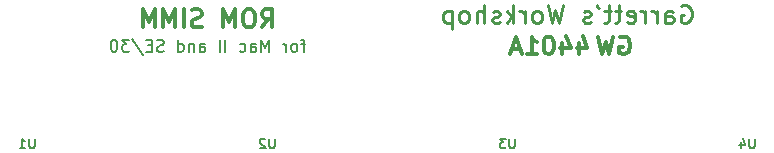
<source format=gbo>
G04 #@! TF.GenerationSoftware,KiCad,Pcbnew,(5.1.5-0-10_14)*
G04 #@! TF.CreationDate,2020-05-16T14:03:33-04:00*
G04 #@! TF.ProjectId,ROMSIMM,524f4d53-494d-44d2-9e6b-696361645f70,rev?*
G04 #@! TF.SameCoordinates,Original*
G04 #@! TF.FileFunction,Legend,Bot*
G04 #@! TF.FilePolarity,Positive*
%FSLAX46Y46*%
G04 Gerber Fmt 4.6, Leading zero omitted, Abs format (unit mm)*
G04 Created by KiCad (PCBNEW (5.1.5-0-10_14)) date 2020-05-16 14:03:33*
%MOMM*%
%LPD*%
G04 APERTURE LIST*
%ADD10C,0.203200*%
%ADD11C,0.300000*%
%ADD12C,0.225000*%
%ADD13C,0.100000*%
%ADD14C,2.152400*%
G04 APERTURE END LIST*
D10*
X151749276Y-119569895D02*
X151749276Y-120227876D01*
X151710571Y-120305285D01*
X151671866Y-120343990D01*
X151594457Y-120382695D01*
X151439638Y-120382695D01*
X151362228Y-120343990D01*
X151323523Y-120305285D01*
X151284819Y-120227876D01*
X151284819Y-119569895D01*
X150549428Y-119840828D02*
X150549428Y-120382695D01*
X150742952Y-119531190D02*
X150936476Y-120111761D01*
X150433314Y-120111761D01*
X131429276Y-119569895D02*
X131429276Y-120227876D01*
X131390571Y-120305285D01*
X131351866Y-120343990D01*
X131274457Y-120382695D01*
X131119638Y-120382695D01*
X131042228Y-120343990D01*
X131003523Y-120305285D01*
X130964819Y-120227876D01*
X130964819Y-119569895D01*
X130655180Y-119569895D02*
X130152019Y-119569895D01*
X130422952Y-119879533D01*
X130306838Y-119879533D01*
X130229428Y-119918238D01*
X130190723Y-119956942D01*
X130152019Y-120034352D01*
X130152019Y-120227876D01*
X130190723Y-120305285D01*
X130229428Y-120343990D01*
X130306838Y-120382695D01*
X130539066Y-120382695D01*
X130616476Y-120343990D01*
X130655180Y-120305285D01*
X111109276Y-119569895D02*
X111109276Y-120227876D01*
X111070571Y-120305285D01*
X111031866Y-120343990D01*
X110954457Y-120382695D01*
X110799638Y-120382695D01*
X110722228Y-120343990D01*
X110683523Y-120305285D01*
X110644819Y-120227876D01*
X110644819Y-119569895D01*
X110296476Y-119647304D02*
X110257771Y-119608600D01*
X110180361Y-119569895D01*
X109986838Y-119569895D01*
X109909428Y-119608600D01*
X109870723Y-119647304D01*
X109832019Y-119724714D01*
X109832019Y-119802123D01*
X109870723Y-119918238D01*
X110335180Y-120382695D01*
X109832019Y-120382695D01*
X90789276Y-119569895D02*
X90789276Y-120227876D01*
X90750571Y-120305285D01*
X90711866Y-120343990D01*
X90634457Y-120382695D01*
X90479638Y-120382695D01*
X90402228Y-120343990D01*
X90363523Y-120305285D01*
X90324819Y-120227876D01*
X90324819Y-119569895D01*
X89512019Y-120382695D02*
X89976476Y-120382695D01*
X89744247Y-120382695D02*
X89744247Y-119569895D01*
X89821657Y-119686009D01*
X89899066Y-119763419D01*
X89976476Y-119802123D01*
D11*
X110018285Y-110163428D02*
X110526285Y-109437714D01*
X110889142Y-110163428D02*
X110889142Y-108639428D01*
X110308571Y-108639428D01*
X110163428Y-108712000D01*
X110090857Y-108784571D01*
X110018285Y-108929714D01*
X110018285Y-109147428D01*
X110090857Y-109292571D01*
X110163428Y-109365142D01*
X110308571Y-109437714D01*
X110889142Y-109437714D01*
X109074857Y-108639428D02*
X108784571Y-108639428D01*
X108639428Y-108712000D01*
X108494285Y-108857142D01*
X108421714Y-109147428D01*
X108421714Y-109655428D01*
X108494285Y-109945714D01*
X108639428Y-110090857D01*
X108784571Y-110163428D01*
X109074857Y-110163428D01*
X109220000Y-110090857D01*
X109365142Y-109945714D01*
X109437714Y-109655428D01*
X109437714Y-109147428D01*
X109365142Y-108857142D01*
X109220000Y-108712000D01*
X109074857Y-108639428D01*
X107768571Y-110163428D02*
X107768571Y-108639428D01*
X107260571Y-109728000D01*
X106752571Y-108639428D01*
X106752571Y-110163428D01*
X104938285Y-110090857D02*
X104720571Y-110163428D01*
X104357714Y-110163428D01*
X104212571Y-110090857D01*
X104140000Y-110018285D01*
X104067428Y-109873142D01*
X104067428Y-109728000D01*
X104140000Y-109582857D01*
X104212571Y-109510285D01*
X104357714Y-109437714D01*
X104648000Y-109365142D01*
X104793142Y-109292571D01*
X104865714Y-109220000D01*
X104938285Y-109074857D01*
X104938285Y-108929714D01*
X104865714Y-108784571D01*
X104793142Y-108712000D01*
X104648000Y-108639428D01*
X104285142Y-108639428D01*
X104067428Y-108712000D01*
X103414285Y-110163428D02*
X103414285Y-108639428D01*
X102688571Y-110163428D02*
X102688571Y-108639428D01*
X102180571Y-109728000D01*
X101672571Y-108639428D01*
X101672571Y-110163428D01*
X100946857Y-110163428D02*
X100946857Y-108639428D01*
X100438857Y-109728000D01*
X99930857Y-108639428D01*
X99930857Y-110163428D01*
D12*
X145542000Y-108331000D02*
X145687142Y-108258428D01*
X145904857Y-108258428D01*
X146122571Y-108331000D01*
X146267714Y-108476142D01*
X146340285Y-108621285D01*
X146412857Y-108911571D01*
X146412857Y-109129285D01*
X146340285Y-109419571D01*
X146267714Y-109564714D01*
X146122571Y-109709857D01*
X145904857Y-109782428D01*
X145759714Y-109782428D01*
X145542000Y-109709857D01*
X145469428Y-109637285D01*
X145469428Y-109129285D01*
X145759714Y-109129285D01*
X144163142Y-109782428D02*
X144163142Y-108984142D01*
X144235714Y-108839000D01*
X144380857Y-108766428D01*
X144671142Y-108766428D01*
X144816285Y-108839000D01*
X144163142Y-109709857D02*
X144308285Y-109782428D01*
X144671142Y-109782428D01*
X144816285Y-109709857D01*
X144888857Y-109564714D01*
X144888857Y-109419571D01*
X144816285Y-109274428D01*
X144671142Y-109201857D01*
X144308285Y-109201857D01*
X144163142Y-109129285D01*
X143437428Y-109782428D02*
X143437428Y-108766428D01*
X143437428Y-109056714D02*
X143364857Y-108911571D01*
X143292285Y-108839000D01*
X143147142Y-108766428D01*
X143002000Y-108766428D01*
X142494000Y-109782428D02*
X142494000Y-108766428D01*
X142494000Y-109056714D02*
X142421428Y-108911571D01*
X142348857Y-108839000D01*
X142203714Y-108766428D01*
X142058571Y-108766428D01*
X140970000Y-109709857D02*
X141115142Y-109782428D01*
X141405428Y-109782428D01*
X141550571Y-109709857D01*
X141623142Y-109564714D01*
X141623142Y-108984142D01*
X141550571Y-108839000D01*
X141405428Y-108766428D01*
X141115142Y-108766428D01*
X140970000Y-108839000D01*
X140897428Y-108984142D01*
X140897428Y-109129285D01*
X141623142Y-109274428D01*
X140462000Y-108766428D02*
X139881428Y-108766428D01*
X140244285Y-108258428D02*
X140244285Y-109564714D01*
X140171714Y-109709857D01*
X140026571Y-109782428D01*
X139881428Y-109782428D01*
X139591142Y-108766428D02*
X139010571Y-108766428D01*
X139373428Y-108258428D02*
X139373428Y-109564714D01*
X139300857Y-109709857D01*
X139155714Y-109782428D01*
X139010571Y-109782428D01*
X138430000Y-108258428D02*
X138430000Y-108331000D01*
X138502571Y-108476142D01*
X138575142Y-108548714D01*
X137849428Y-109709857D02*
X137704285Y-109782428D01*
X137414000Y-109782428D01*
X137268857Y-109709857D01*
X137196285Y-109564714D01*
X137196285Y-109492142D01*
X137268857Y-109347000D01*
X137414000Y-109274428D01*
X137631714Y-109274428D01*
X137776857Y-109201857D01*
X137849428Y-109056714D01*
X137849428Y-108984142D01*
X137776857Y-108839000D01*
X137631714Y-108766428D01*
X137414000Y-108766428D01*
X137268857Y-108839000D01*
X135527142Y-108258428D02*
X135164285Y-109782428D01*
X134874000Y-108693857D01*
X134583714Y-109782428D01*
X134220857Y-108258428D01*
X133422571Y-109782428D02*
X133567714Y-109709857D01*
X133640285Y-109637285D01*
X133712857Y-109492142D01*
X133712857Y-109056714D01*
X133640285Y-108911571D01*
X133567714Y-108839000D01*
X133422571Y-108766428D01*
X133204857Y-108766428D01*
X133059714Y-108839000D01*
X132987142Y-108911571D01*
X132914571Y-109056714D01*
X132914571Y-109492142D01*
X132987142Y-109637285D01*
X133059714Y-109709857D01*
X133204857Y-109782428D01*
X133422571Y-109782428D01*
X132261428Y-109782428D02*
X132261428Y-108766428D01*
X132261428Y-109056714D02*
X132188857Y-108911571D01*
X132116285Y-108839000D01*
X131971142Y-108766428D01*
X131826000Y-108766428D01*
X131318000Y-109782428D02*
X131318000Y-108258428D01*
X131172857Y-109201857D02*
X130737428Y-109782428D01*
X130737428Y-108766428D02*
X131318000Y-109347000D01*
X130156857Y-109709857D02*
X130011714Y-109782428D01*
X129721428Y-109782428D01*
X129576285Y-109709857D01*
X129503714Y-109564714D01*
X129503714Y-109492142D01*
X129576285Y-109347000D01*
X129721428Y-109274428D01*
X129939142Y-109274428D01*
X130084285Y-109201857D01*
X130156857Y-109056714D01*
X130156857Y-108984142D01*
X130084285Y-108839000D01*
X129939142Y-108766428D01*
X129721428Y-108766428D01*
X129576285Y-108839000D01*
X128850571Y-109782428D02*
X128850571Y-108258428D01*
X128197428Y-109782428D02*
X128197428Y-108984142D01*
X128270000Y-108839000D01*
X128415142Y-108766428D01*
X128632857Y-108766428D01*
X128778000Y-108839000D01*
X128850571Y-108911571D01*
X127254000Y-109782428D02*
X127399142Y-109709857D01*
X127471714Y-109637285D01*
X127544285Y-109492142D01*
X127544285Y-109056714D01*
X127471714Y-108911571D01*
X127399142Y-108839000D01*
X127254000Y-108766428D01*
X127036285Y-108766428D01*
X126891142Y-108839000D01*
X126818571Y-108911571D01*
X126746000Y-109056714D01*
X126746000Y-109492142D01*
X126818571Y-109637285D01*
X126891142Y-109709857D01*
X127036285Y-109782428D01*
X127254000Y-109782428D01*
X126092857Y-108766428D02*
X126092857Y-110290428D01*
X126092857Y-108839000D02*
X125947714Y-108766428D01*
X125657428Y-108766428D01*
X125512285Y-108839000D01*
X125439714Y-108911571D01*
X125367142Y-109056714D01*
X125367142Y-109492142D01*
X125439714Y-109637285D01*
X125512285Y-109709857D01*
X125657428Y-109782428D01*
X125947714Y-109782428D01*
X126092857Y-109709857D01*
D11*
X140357142Y-111010000D02*
X140499999Y-110938571D01*
X140714285Y-110938571D01*
X140928571Y-111010000D01*
X141071428Y-111152857D01*
X141142856Y-111295714D01*
X141214285Y-111581428D01*
X141214285Y-111795714D01*
X141142856Y-112081428D01*
X141071428Y-112224285D01*
X140928571Y-112367142D01*
X140714285Y-112438571D01*
X140571428Y-112438571D01*
X140357142Y-112367142D01*
X140285714Y-112295714D01*
X140285714Y-111795714D01*
X140571428Y-111795714D01*
X139785714Y-110938571D02*
X139428571Y-112438571D01*
X139142856Y-111367142D01*
X138857142Y-112438571D01*
X138499999Y-110938571D01*
D10*
X113707333Y-111542285D02*
X113320285Y-111542285D01*
X113562190Y-112219619D02*
X113562190Y-111348761D01*
X113513809Y-111252000D01*
X113417047Y-111203619D01*
X113320285Y-111203619D01*
X112836476Y-112219619D02*
X112933238Y-112171238D01*
X112981619Y-112122857D01*
X113030000Y-112026095D01*
X113030000Y-111735809D01*
X112981619Y-111639047D01*
X112933238Y-111590666D01*
X112836476Y-111542285D01*
X112691333Y-111542285D01*
X112594571Y-111590666D01*
X112546190Y-111639047D01*
X112497809Y-111735809D01*
X112497809Y-112026095D01*
X112546190Y-112122857D01*
X112594571Y-112171238D01*
X112691333Y-112219619D01*
X112836476Y-112219619D01*
X112062380Y-112219619D02*
X112062380Y-111542285D01*
X112062380Y-111735809D02*
X112014000Y-111639047D01*
X111965619Y-111590666D01*
X111868857Y-111542285D01*
X111772095Y-111542285D01*
X110659333Y-112219619D02*
X110659333Y-111203619D01*
X110320666Y-111929333D01*
X109982000Y-111203619D01*
X109982000Y-112219619D01*
X109062761Y-112219619D02*
X109062761Y-111687428D01*
X109111142Y-111590666D01*
X109207904Y-111542285D01*
X109401428Y-111542285D01*
X109498190Y-111590666D01*
X109062761Y-112171238D02*
X109159523Y-112219619D01*
X109401428Y-112219619D01*
X109498190Y-112171238D01*
X109546571Y-112074476D01*
X109546571Y-111977714D01*
X109498190Y-111880952D01*
X109401428Y-111832571D01*
X109159523Y-111832571D01*
X109062761Y-111784190D01*
X108143523Y-112171238D02*
X108240285Y-112219619D01*
X108433809Y-112219619D01*
X108530571Y-112171238D01*
X108578952Y-112122857D01*
X108627333Y-112026095D01*
X108627333Y-111735809D01*
X108578952Y-111639047D01*
X108530571Y-111590666D01*
X108433809Y-111542285D01*
X108240285Y-111542285D01*
X108143523Y-111590666D01*
X106934000Y-112219619D02*
X106934000Y-111203619D01*
X106450190Y-112219619D02*
X106450190Y-111203619D01*
X104756857Y-112219619D02*
X104756857Y-111687428D01*
X104805238Y-111590666D01*
X104902000Y-111542285D01*
X105095523Y-111542285D01*
X105192285Y-111590666D01*
X104756857Y-112171238D02*
X104853619Y-112219619D01*
X105095523Y-112219619D01*
X105192285Y-112171238D01*
X105240666Y-112074476D01*
X105240666Y-111977714D01*
X105192285Y-111880952D01*
X105095523Y-111832571D01*
X104853619Y-111832571D01*
X104756857Y-111784190D01*
X104273047Y-111542285D02*
X104273047Y-112219619D01*
X104273047Y-111639047D02*
X104224666Y-111590666D01*
X104127904Y-111542285D01*
X103982761Y-111542285D01*
X103886000Y-111590666D01*
X103837619Y-111687428D01*
X103837619Y-112219619D01*
X102918380Y-112219619D02*
X102918380Y-111203619D01*
X102918380Y-112171238D02*
X103015142Y-112219619D01*
X103208666Y-112219619D01*
X103305428Y-112171238D01*
X103353809Y-112122857D01*
X103402190Y-112026095D01*
X103402190Y-111735809D01*
X103353809Y-111639047D01*
X103305428Y-111590666D01*
X103208666Y-111542285D01*
X103015142Y-111542285D01*
X102918380Y-111590666D01*
X101708857Y-112171238D02*
X101563714Y-112219619D01*
X101321809Y-112219619D01*
X101225047Y-112171238D01*
X101176666Y-112122857D01*
X101128285Y-112026095D01*
X101128285Y-111929333D01*
X101176666Y-111832571D01*
X101225047Y-111784190D01*
X101321809Y-111735809D01*
X101515333Y-111687428D01*
X101612095Y-111639047D01*
X101660476Y-111590666D01*
X101708857Y-111493904D01*
X101708857Y-111397142D01*
X101660476Y-111300380D01*
X101612095Y-111252000D01*
X101515333Y-111203619D01*
X101273428Y-111203619D01*
X101128285Y-111252000D01*
X100692857Y-111687428D02*
X100354190Y-111687428D01*
X100209047Y-112219619D02*
X100692857Y-112219619D01*
X100692857Y-111203619D01*
X100209047Y-111203619D01*
X99047904Y-111155238D02*
X99918761Y-112461523D01*
X98806000Y-111203619D02*
X98177047Y-111203619D01*
X98515714Y-111590666D01*
X98370571Y-111590666D01*
X98273809Y-111639047D01*
X98225428Y-111687428D01*
X98177047Y-111784190D01*
X98177047Y-112026095D01*
X98225428Y-112122857D01*
X98273809Y-112171238D01*
X98370571Y-112219619D01*
X98660857Y-112219619D01*
X98757619Y-112171238D01*
X98806000Y-112122857D01*
X97548095Y-111203619D02*
X97451333Y-111203619D01*
X97354571Y-111252000D01*
X97306190Y-111300380D01*
X97257809Y-111397142D01*
X97209428Y-111590666D01*
X97209428Y-111832571D01*
X97257809Y-112026095D01*
X97306190Y-112122857D01*
X97354571Y-112171238D01*
X97451333Y-112219619D01*
X97548095Y-112219619D01*
X97644857Y-112171238D01*
X97693238Y-112122857D01*
X97741619Y-112026095D01*
X97790000Y-111832571D01*
X97790000Y-111590666D01*
X97741619Y-111397142D01*
X97693238Y-111300380D01*
X97644857Y-111252000D01*
X97548095Y-111203619D01*
D11*
X136875286Y-111438571D02*
X136875286Y-112438571D01*
X137232428Y-110867142D02*
X137589571Y-111938571D01*
X136661000Y-111938571D01*
X135446714Y-111438571D02*
X135446714Y-112438571D01*
X135803857Y-110867142D02*
X136161000Y-111938571D01*
X135232428Y-111938571D01*
X134375286Y-110938571D02*
X134232428Y-110938571D01*
X134089571Y-111010000D01*
X134018143Y-111081428D01*
X133946714Y-111224285D01*
X133875286Y-111510000D01*
X133875286Y-111867142D01*
X133946714Y-112152857D01*
X134018143Y-112295714D01*
X134089571Y-112367142D01*
X134232428Y-112438571D01*
X134375286Y-112438571D01*
X134518143Y-112367142D01*
X134589571Y-112295714D01*
X134661000Y-112152857D01*
X134732428Y-111867142D01*
X134732428Y-111510000D01*
X134661000Y-111224285D01*
X134589571Y-111081428D01*
X134518143Y-111010000D01*
X134375286Y-110938571D01*
X132446714Y-112438571D02*
X133303857Y-112438571D01*
X132875286Y-112438571D02*
X132875286Y-110938571D01*
X133018143Y-111152857D01*
X133161000Y-111295714D01*
X133303857Y-111367142D01*
X131875286Y-112010000D02*
X131161000Y-112010000D01*
X132018143Y-112438571D02*
X131518143Y-110938571D01*
X131018143Y-112438571D01*
%LPC*%
D13*
G36*
X163361185Y-124513099D02*
G01*
X163407540Y-124519975D01*
X163452997Y-124531362D01*
X163497119Y-124547149D01*
X163539481Y-124567185D01*
X163579676Y-124591277D01*
X163617315Y-124619192D01*
X163652038Y-124650662D01*
X163683508Y-124685385D01*
X163711423Y-124723024D01*
X163735515Y-124763219D01*
X163755551Y-124805581D01*
X163771338Y-124849703D01*
X163782725Y-124895160D01*
X163789601Y-124941515D01*
X163791900Y-124988320D01*
X163791900Y-127233680D01*
X163789601Y-127280485D01*
X163782725Y-127326840D01*
X163771338Y-127372297D01*
X163755551Y-127416419D01*
X163735515Y-127458781D01*
X163711423Y-127498976D01*
X163683508Y-127536615D01*
X163652038Y-127571338D01*
X163617315Y-127602808D01*
X163579676Y-127630723D01*
X163539481Y-127654815D01*
X163497119Y-127674851D01*
X163452997Y-127690638D01*
X163407540Y-127702025D01*
X163361185Y-127708901D01*
X163314380Y-127711200D01*
X163075620Y-127711200D01*
X163028815Y-127708901D01*
X162982460Y-127702025D01*
X162937003Y-127690638D01*
X162892881Y-127674851D01*
X162850519Y-127654815D01*
X162810324Y-127630723D01*
X162772685Y-127602808D01*
X162737962Y-127571338D01*
X162706492Y-127536615D01*
X162678577Y-127498976D01*
X162654485Y-127458781D01*
X162634449Y-127416419D01*
X162618662Y-127372297D01*
X162607275Y-127326840D01*
X162600399Y-127280485D01*
X162598100Y-127233680D01*
X162598100Y-124988320D01*
X162600399Y-124941515D01*
X162607275Y-124895160D01*
X162618662Y-124849703D01*
X162634449Y-124805581D01*
X162654485Y-124763219D01*
X162678577Y-124723024D01*
X162706492Y-124685385D01*
X162737962Y-124650662D01*
X162772685Y-124619192D01*
X162810324Y-124591277D01*
X162850519Y-124567185D01*
X162892881Y-124547149D01*
X162937003Y-124531362D01*
X162982460Y-124519975D01*
X163028815Y-124513099D01*
X163075620Y-124510800D01*
X163314380Y-124510800D01*
X163361185Y-124513099D01*
G37*
G36*
X162091185Y-124513099D02*
G01*
X162137540Y-124519975D01*
X162182997Y-124531362D01*
X162227119Y-124547149D01*
X162269481Y-124567185D01*
X162309676Y-124591277D01*
X162347315Y-124619192D01*
X162382038Y-124650662D01*
X162413508Y-124685385D01*
X162441423Y-124723024D01*
X162465515Y-124763219D01*
X162485551Y-124805581D01*
X162501338Y-124849703D01*
X162512725Y-124895160D01*
X162519601Y-124941515D01*
X162521900Y-124988320D01*
X162521900Y-127233680D01*
X162519601Y-127280485D01*
X162512725Y-127326840D01*
X162501338Y-127372297D01*
X162485551Y-127416419D01*
X162465515Y-127458781D01*
X162441423Y-127498976D01*
X162413508Y-127536615D01*
X162382038Y-127571338D01*
X162347315Y-127602808D01*
X162309676Y-127630723D01*
X162269481Y-127654815D01*
X162227119Y-127674851D01*
X162182997Y-127690638D01*
X162137540Y-127702025D01*
X162091185Y-127708901D01*
X162044380Y-127711200D01*
X161805620Y-127711200D01*
X161758815Y-127708901D01*
X161712460Y-127702025D01*
X161667003Y-127690638D01*
X161622881Y-127674851D01*
X161580519Y-127654815D01*
X161540324Y-127630723D01*
X161502685Y-127602808D01*
X161467962Y-127571338D01*
X161436492Y-127536615D01*
X161408577Y-127498976D01*
X161384485Y-127458781D01*
X161364449Y-127416419D01*
X161348662Y-127372297D01*
X161337275Y-127326840D01*
X161330399Y-127280485D01*
X161328100Y-127233680D01*
X161328100Y-124988320D01*
X161330399Y-124941515D01*
X161337275Y-124895160D01*
X161348662Y-124849703D01*
X161364449Y-124805581D01*
X161384485Y-124763219D01*
X161408577Y-124723024D01*
X161436492Y-124685385D01*
X161467962Y-124650662D01*
X161502685Y-124619192D01*
X161540324Y-124591277D01*
X161580519Y-124567185D01*
X161622881Y-124547149D01*
X161667003Y-124531362D01*
X161712460Y-124519975D01*
X161758815Y-124513099D01*
X161805620Y-124510800D01*
X162044380Y-124510800D01*
X162091185Y-124513099D01*
G37*
G36*
X160821185Y-124513099D02*
G01*
X160867540Y-124519975D01*
X160912997Y-124531362D01*
X160957119Y-124547149D01*
X160999481Y-124567185D01*
X161039676Y-124591277D01*
X161077315Y-124619192D01*
X161112038Y-124650662D01*
X161143508Y-124685385D01*
X161171423Y-124723024D01*
X161195515Y-124763219D01*
X161215551Y-124805581D01*
X161231338Y-124849703D01*
X161242725Y-124895160D01*
X161249601Y-124941515D01*
X161251900Y-124988320D01*
X161251900Y-127233680D01*
X161249601Y-127280485D01*
X161242725Y-127326840D01*
X161231338Y-127372297D01*
X161215551Y-127416419D01*
X161195515Y-127458781D01*
X161171423Y-127498976D01*
X161143508Y-127536615D01*
X161112038Y-127571338D01*
X161077315Y-127602808D01*
X161039676Y-127630723D01*
X160999481Y-127654815D01*
X160957119Y-127674851D01*
X160912997Y-127690638D01*
X160867540Y-127702025D01*
X160821185Y-127708901D01*
X160774380Y-127711200D01*
X160535620Y-127711200D01*
X160488815Y-127708901D01*
X160442460Y-127702025D01*
X160397003Y-127690638D01*
X160352881Y-127674851D01*
X160310519Y-127654815D01*
X160270324Y-127630723D01*
X160232685Y-127602808D01*
X160197962Y-127571338D01*
X160166492Y-127536615D01*
X160138577Y-127498976D01*
X160114485Y-127458781D01*
X160094449Y-127416419D01*
X160078662Y-127372297D01*
X160067275Y-127326840D01*
X160060399Y-127280485D01*
X160058100Y-127233680D01*
X160058100Y-124988320D01*
X160060399Y-124941515D01*
X160067275Y-124895160D01*
X160078662Y-124849703D01*
X160094449Y-124805581D01*
X160114485Y-124763219D01*
X160138577Y-124723024D01*
X160166492Y-124685385D01*
X160197962Y-124650662D01*
X160232685Y-124619192D01*
X160270324Y-124591277D01*
X160310519Y-124567185D01*
X160352881Y-124547149D01*
X160397003Y-124531362D01*
X160442460Y-124519975D01*
X160488815Y-124513099D01*
X160535620Y-124510800D01*
X160774380Y-124510800D01*
X160821185Y-124513099D01*
G37*
G36*
X159551185Y-124513099D02*
G01*
X159597540Y-124519975D01*
X159642997Y-124531362D01*
X159687119Y-124547149D01*
X159729481Y-124567185D01*
X159769676Y-124591277D01*
X159807315Y-124619192D01*
X159842038Y-124650662D01*
X159873508Y-124685385D01*
X159901423Y-124723024D01*
X159925515Y-124763219D01*
X159945551Y-124805581D01*
X159961338Y-124849703D01*
X159972725Y-124895160D01*
X159979601Y-124941515D01*
X159981900Y-124988320D01*
X159981900Y-127233680D01*
X159979601Y-127280485D01*
X159972725Y-127326840D01*
X159961338Y-127372297D01*
X159945551Y-127416419D01*
X159925515Y-127458781D01*
X159901423Y-127498976D01*
X159873508Y-127536615D01*
X159842038Y-127571338D01*
X159807315Y-127602808D01*
X159769676Y-127630723D01*
X159729481Y-127654815D01*
X159687119Y-127674851D01*
X159642997Y-127690638D01*
X159597540Y-127702025D01*
X159551185Y-127708901D01*
X159504380Y-127711200D01*
X159265620Y-127711200D01*
X159218815Y-127708901D01*
X159172460Y-127702025D01*
X159127003Y-127690638D01*
X159082881Y-127674851D01*
X159040519Y-127654815D01*
X159000324Y-127630723D01*
X158962685Y-127602808D01*
X158927962Y-127571338D01*
X158896492Y-127536615D01*
X158868577Y-127498976D01*
X158844485Y-127458781D01*
X158824449Y-127416419D01*
X158808662Y-127372297D01*
X158797275Y-127326840D01*
X158790399Y-127280485D01*
X158788100Y-127233680D01*
X158788100Y-124988320D01*
X158790399Y-124941515D01*
X158797275Y-124895160D01*
X158808662Y-124849703D01*
X158824449Y-124805581D01*
X158844485Y-124763219D01*
X158868577Y-124723024D01*
X158896492Y-124685385D01*
X158927962Y-124650662D01*
X158962685Y-124619192D01*
X159000324Y-124591277D01*
X159040519Y-124567185D01*
X159082881Y-124547149D01*
X159127003Y-124531362D01*
X159172460Y-124519975D01*
X159218815Y-124513099D01*
X159265620Y-124510800D01*
X159504380Y-124510800D01*
X159551185Y-124513099D01*
G37*
G36*
X158281185Y-124513099D02*
G01*
X158327540Y-124519975D01*
X158372997Y-124531362D01*
X158417119Y-124547149D01*
X158459481Y-124567185D01*
X158499676Y-124591277D01*
X158537315Y-124619192D01*
X158572038Y-124650662D01*
X158603508Y-124685385D01*
X158631423Y-124723024D01*
X158655515Y-124763219D01*
X158675551Y-124805581D01*
X158691338Y-124849703D01*
X158702725Y-124895160D01*
X158709601Y-124941515D01*
X158711900Y-124988320D01*
X158711900Y-127233680D01*
X158709601Y-127280485D01*
X158702725Y-127326840D01*
X158691338Y-127372297D01*
X158675551Y-127416419D01*
X158655515Y-127458781D01*
X158631423Y-127498976D01*
X158603508Y-127536615D01*
X158572038Y-127571338D01*
X158537315Y-127602808D01*
X158499676Y-127630723D01*
X158459481Y-127654815D01*
X158417119Y-127674851D01*
X158372997Y-127690638D01*
X158327540Y-127702025D01*
X158281185Y-127708901D01*
X158234380Y-127711200D01*
X157995620Y-127711200D01*
X157948815Y-127708901D01*
X157902460Y-127702025D01*
X157857003Y-127690638D01*
X157812881Y-127674851D01*
X157770519Y-127654815D01*
X157730324Y-127630723D01*
X157692685Y-127602808D01*
X157657962Y-127571338D01*
X157626492Y-127536615D01*
X157598577Y-127498976D01*
X157574485Y-127458781D01*
X157554449Y-127416419D01*
X157538662Y-127372297D01*
X157527275Y-127326840D01*
X157520399Y-127280485D01*
X157518100Y-127233680D01*
X157518100Y-124988320D01*
X157520399Y-124941515D01*
X157527275Y-124895160D01*
X157538662Y-124849703D01*
X157554449Y-124805581D01*
X157574485Y-124763219D01*
X157598577Y-124723024D01*
X157626492Y-124685385D01*
X157657962Y-124650662D01*
X157692685Y-124619192D01*
X157730324Y-124591277D01*
X157770519Y-124567185D01*
X157812881Y-124547149D01*
X157857003Y-124531362D01*
X157902460Y-124519975D01*
X157948815Y-124513099D01*
X157995620Y-124510800D01*
X158234380Y-124510800D01*
X158281185Y-124513099D01*
G37*
G36*
X157011185Y-124513099D02*
G01*
X157057540Y-124519975D01*
X157102997Y-124531362D01*
X157147119Y-124547149D01*
X157189481Y-124567185D01*
X157229676Y-124591277D01*
X157267315Y-124619192D01*
X157302038Y-124650662D01*
X157333508Y-124685385D01*
X157361423Y-124723024D01*
X157385515Y-124763219D01*
X157405551Y-124805581D01*
X157421338Y-124849703D01*
X157432725Y-124895160D01*
X157439601Y-124941515D01*
X157441900Y-124988320D01*
X157441900Y-127233680D01*
X157439601Y-127280485D01*
X157432725Y-127326840D01*
X157421338Y-127372297D01*
X157405551Y-127416419D01*
X157385515Y-127458781D01*
X157361423Y-127498976D01*
X157333508Y-127536615D01*
X157302038Y-127571338D01*
X157267315Y-127602808D01*
X157229676Y-127630723D01*
X157189481Y-127654815D01*
X157147119Y-127674851D01*
X157102997Y-127690638D01*
X157057540Y-127702025D01*
X157011185Y-127708901D01*
X156964380Y-127711200D01*
X156725620Y-127711200D01*
X156678815Y-127708901D01*
X156632460Y-127702025D01*
X156587003Y-127690638D01*
X156542881Y-127674851D01*
X156500519Y-127654815D01*
X156460324Y-127630723D01*
X156422685Y-127602808D01*
X156387962Y-127571338D01*
X156356492Y-127536615D01*
X156328577Y-127498976D01*
X156304485Y-127458781D01*
X156284449Y-127416419D01*
X156268662Y-127372297D01*
X156257275Y-127326840D01*
X156250399Y-127280485D01*
X156248100Y-127233680D01*
X156248100Y-124988320D01*
X156250399Y-124941515D01*
X156257275Y-124895160D01*
X156268662Y-124849703D01*
X156284449Y-124805581D01*
X156304485Y-124763219D01*
X156328577Y-124723024D01*
X156356492Y-124685385D01*
X156387962Y-124650662D01*
X156422685Y-124619192D01*
X156460324Y-124591277D01*
X156500519Y-124567185D01*
X156542881Y-124547149D01*
X156587003Y-124531362D01*
X156632460Y-124519975D01*
X156678815Y-124513099D01*
X156725620Y-124510800D01*
X156964380Y-124510800D01*
X157011185Y-124513099D01*
G37*
G36*
X155741185Y-124513099D02*
G01*
X155787540Y-124519975D01*
X155832997Y-124531362D01*
X155877119Y-124547149D01*
X155919481Y-124567185D01*
X155959676Y-124591277D01*
X155997315Y-124619192D01*
X156032038Y-124650662D01*
X156063508Y-124685385D01*
X156091423Y-124723024D01*
X156115515Y-124763219D01*
X156135551Y-124805581D01*
X156151338Y-124849703D01*
X156162725Y-124895160D01*
X156169601Y-124941515D01*
X156171900Y-124988320D01*
X156171900Y-127233680D01*
X156169601Y-127280485D01*
X156162725Y-127326840D01*
X156151338Y-127372297D01*
X156135551Y-127416419D01*
X156115515Y-127458781D01*
X156091423Y-127498976D01*
X156063508Y-127536615D01*
X156032038Y-127571338D01*
X155997315Y-127602808D01*
X155959676Y-127630723D01*
X155919481Y-127654815D01*
X155877119Y-127674851D01*
X155832997Y-127690638D01*
X155787540Y-127702025D01*
X155741185Y-127708901D01*
X155694380Y-127711200D01*
X155455620Y-127711200D01*
X155408815Y-127708901D01*
X155362460Y-127702025D01*
X155317003Y-127690638D01*
X155272881Y-127674851D01*
X155230519Y-127654815D01*
X155190324Y-127630723D01*
X155152685Y-127602808D01*
X155117962Y-127571338D01*
X155086492Y-127536615D01*
X155058577Y-127498976D01*
X155034485Y-127458781D01*
X155014449Y-127416419D01*
X154998662Y-127372297D01*
X154987275Y-127326840D01*
X154980399Y-127280485D01*
X154978100Y-127233680D01*
X154978100Y-124988320D01*
X154980399Y-124941515D01*
X154987275Y-124895160D01*
X154998662Y-124849703D01*
X155014449Y-124805581D01*
X155034485Y-124763219D01*
X155058577Y-124723024D01*
X155086492Y-124685385D01*
X155117962Y-124650662D01*
X155152685Y-124619192D01*
X155190324Y-124591277D01*
X155230519Y-124567185D01*
X155272881Y-124547149D01*
X155317003Y-124531362D01*
X155362460Y-124519975D01*
X155408815Y-124513099D01*
X155455620Y-124510800D01*
X155694380Y-124510800D01*
X155741185Y-124513099D01*
G37*
G36*
X154471185Y-124513099D02*
G01*
X154517540Y-124519975D01*
X154562997Y-124531362D01*
X154607119Y-124547149D01*
X154649481Y-124567185D01*
X154689676Y-124591277D01*
X154727315Y-124619192D01*
X154762038Y-124650662D01*
X154793508Y-124685385D01*
X154821423Y-124723024D01*
X154845515Y-124763219D01*
X154865551Y-124805581D01*
X154881338Y-124849703D01*
X154892725Y-124895160D01*
X154899601Y-124941515D01*
X154901900Y-124988320D01*
X154901900Y-127233680D01*
X154899601Y-127280485D01*
X154892725Y-127326840D01*
X154881338Y-127372297D01*
X154865551Y-127416419D01*
X154845515Y-127458781D01*
X154821423Y-127498976D01*
X154793508Y-127536615D01*
X154762038Y-127571338D01*
X154727315Y-127602808D01*
X154689676Y-127630723D01*
X154649481Y-127654815D01*
X154607119Y-127674851D01*
X154562997Y-127690638D01*
X154517540Y-127702025D01*
X154471185Y-127708901D01*
X154424380Y-127711200D01*
X154185620Y-127711200D01*
X154138815Y-127708901D01*
X154092460Y-127702025D01*
X154047003Y-127690638D01*
X154002881Y-127674851D01*
X153960519Y-127654815D01*
X153920324Y-127630723D01*
X153882685Y-127602808D01*
X153847962Y-127571338D01*
X153816492Y-127536615D01*
X153788577Y-127498976D01*
X153764485Y-127458781D01*
X153744449Y-127416419D01*
X153728662Y-127372297D01*
X153717275Y-127326840D01*
X153710399Y-127280485D01*
X153708100Y-127233680D01*
X153708100Y-124988320D01*
X153710399Y-124941515D01*
X153717275Y-124895160D01*
X153728662Y-124849703D01*
X153744449Y-124805581D01*
X153764485Y-124763219D01*
X153788577Y-124723024D01*
X153816492Y-124685385D01*
X153847962Y-124650662D01*
X153882685Y-124619192D01*
X153920324Y-124591277D01*
X153960519Y-124567185D01*
X154002881Y-124547149D01*
X154047003Y-124531362D01*
X154092460Y-124519975D01*
X154138815Y-124513099D01*
X154185620Y-124510800D01*
X154424380Y-124510800D01*
X154471185Y-124513099D01*
G37*
G36*
X153201185Y-124513099D02*
G01*
X153247540Y-124519975D01*
X153292997Y-124531362D01*
X153337119Y-124547149D01*
X153379481Y-124567185D01*
X153419676Y-124591277D01*
X153457315Y-124619192D01*
X153492038Y-124650662D01*
X153523508Y-124685385D01*
X153551423Y-124723024D01*
X153575515Y-124763219D01*
X153595551Y-124805581D01*
X153611338Y-124849703D01*
X153622725Y-124895160D01*
X153629601Y-124941515D01*
X153631900Y-124988320D01*
X153631900Y-127233680D01*
X153629601Y-127280485D01*
X153622725Y-127326840D01*
X153611338Y-127372297D01*
X153595551Y-127416419D01*
X153575515Y-127458781D01*
X153551423Y-127498976D01*
X153523508Y-127536615D01*
X153492038Y-127571338D01*
X153457315Y-127602808D01*
X153419676Y-127630723D01*
X153379481Y-127654815D01*
X153337119Y-127674851D01*
X153292997Y-127690638D01*
X153247540Y-127702025D01*
X153201185Y-127708901D01*
X153154380Y-127711200D01*
X152915620Y-127711200D01*
X152868815Y-127708901D01*
X152822460Y-127702025D01*
X152777003Y-127690638D01*
X152732881Y-127674851D01*
X152690519Y-127654815D01*
X152650324Y-127630723D01*
X152612685Y-127602808D01*
X152577962Y-127571338D01*
X152546492Y-127536615D01*
X152518577Y-127498976D01*
X152494485Y-127458781D01*
X152474449Y-127416419D01*
X152458662Y-127372297D01*
X152447275Y-127326840D01*
X152440399Y-127280485D01*
X152438100Y-127233680D01*
X152438100Y-124988320D01*
X152440399Y-124941515D01*
X152447275Y-124895160D01*
X152458662Y-124849703D01*
X152474449Y-124805581D01*
X152494485Y-124763219D01*
X152518577Y-124723024D01*
X152546492Y-124685385D01*
X152577962Y-124650662D01*
X152612685Y-124619192D01*
X152650324Y-124591277D01*
X152690519Y-124567185D01*
X152732881Y-124547149D01*
X152777003Y-124531362D01*
X152822460Y-124519975D01*
X152868815Y-124513099D01*
X152915620Y-124510800D01*
X153154380Y-124510800D01*
X153201185Y-124513099D01*
G37*
G36*
X151931185Y-124513099D02*
G01*
X151977540Y-124519975D01*
X152022997Y-124531362D01*
X152067119Y-124547149D01*
X152109481Y-124567185D01*
X152149676Y-124591277D01*
X152187315Y-124619192D01*
X152222038Y-124650662D01*
X152253508Y-124685385D01*
X152281423Y-124723024D01*
X152305515Y-124763219D01*
X152325551Y-124805581D01*
X152341338Y-124849703D01*
X152352725Y-124895160D01*
X152359601Y-124941515D01*
X152361900Y-124988320D01*
X152361900Y-127233680D01*
X152359601Y-127280485D01*
X152352725Y-127326840D01*
X152341338Y-127372297D01*
X152325551Y-127416419D01*
X152305515Y-127458781D01*
X152281423Y-127498976D01*
X152253508Y-127536615D01*
X152222038Y-127571338D01*
X152187315Y-127602808D01*
X152149676Y-127630723D01*
X152109481Y-127654815D01*
X152067119Y-127674851D01*
X152022997Y-127690638D01*
X151977540Y-127702025D01*
X151931185Y-127708901D01*
X151884380Y-127711200D01*
X151645620Y-127711200D01*
X151598815Y-127708901D01*
X151552460Y-127702025D01*
X151507003Y-127690638D01*
X151462881Y-127674851D01*
X151420519Y-127654815D01*
X151380324Y-127630723D01*
X151342685Y-127602808D01*
X151307962Y-127571338D01*
X151276492Y-127536615D01*
X151248577Y-127498976D01*
X151224485Y-127458781D01*
X151204449Y-127416419D01*
X151188662Y-127372297D01*
X151177275Y-127326840D01*
X151170399Y-127280485D01*
X151168100Y-127233680D01*
X151168100Y-124988320D01*
X151170399Y-124941515D01*
X151177275Y-124895160D01*
X151188662Y-124849703D01*
X151204449Y-124805581D01*
X151224485Y-124763219D01*
X151248577Y-124723024D01*
X151276492Y-124685385D01*
X151307962Y-124650662D01*
X151342685Y-124619192D01*
X151380324Y-124591277D01*
X151420519Y-124567185D01*
X151462881Y-124547149D01*
X151507003Y-124531362D01*
X151552460Y-124519975D01*
X151598815Y-124513099D01*
X151645620Y-124510800D01*
X151884380Y-124510800D01*
X151931185Y-124513099D01*
G37*
G36*
X150661185Y-124513099D02*
G01*
X150707540Y-124519975D01*
X150752997Y-124531362D01*
X150797119Y-124547149D01*
X150839481Y-124567185D01*
X150879676Y-124591277D01*
X150917315Y-124619192D01*
X150952038Y-124650662D01*
X150983508Y-124685385D01*
X151011423Y-124723024D01*
X151035515Y-124763219D01*
X151055551Y-124805581D01*
X151071338Y-124849703D01*
X151082725Y-124895160D01*
X151089601Y-124941515D01*
X151091900Y-124988320D01*
X151091900Y-127233680D01*
X151089601Y-127280485D01*
X151082725Y-127326840D01*
X151071338Y-127372297D01*
X151055551Y-127416419D01*
X151035515Y-127458781D01*
X151011423Y-127498976D01*
X150983508Y-127536615D01*
X150952038Y-127571338D01*
X150917315Y-127602808D01*
X150879676Y-127630723D01*
X150839481Y-127654815D01*
X150797119Y-127674851D01*
X150752997Y-127690638D01*
X150707540Y-127702025D01*
X150661185Y-127708901D01*
X150614380Y-127711200D01*
X150375620Y-127711200D01*
X150328815Y-127708901D01*
X150282460Y-127702025D01*
X150237003Y-127690638D01*
X150192881Y-127674851D01*
X150150519Y-127654815D01*
X150110324Y-127630723D01*
X150072685Y-127602808D01*
X150037962Y-127571338D01*
X150006492Y-127536615D01*
X149978577Y-127498976D01*
X149954485Y-127458781D01*
X149934449Y-127416419D01*
X149918662Y-127372297D01*
X149907275Y-127326840D01*
X149900399Y-127280485D01*
X149898100Y-127233680D01*
X149898100Y-124988320D01*
X149900399Y-124941515D01*
X149907275Y-124895160D01*
X149918662Y-124849703D01*
X149934449Y-124805581D01*
X149954485Y-124763219D01*
X149978577Y-124723024D01*
X150006492Y-124685385D01*
X150037962Y-124650662D01*
X150072685Y-124619192D01*
X150110324Y-124591277D01*
X150150519Y-124567185D01*
X150192881Y-124547149D01*
X150237003Y-124531362D01*
X150282460Y-124519975D01*
X150328815Y-124513099D01*
X150375620Y-124510800D01*
X150614380Y-124510800D01*
X150661185Y-124513099D01*
G37*
G36*
X149391185Y-124513099D02*
G01*
X149437540Y-124519975D01*
X149482997Y-124531362D01*
X149527119Y-124547149D01*
X149569481Y-124567185D01*
X149609676Y-124591277D01*
X149647315Y-124619192D01*
X149682038Y-124650662D01*
X149713508Y-124685385D01*
X149741423Y-124723024D01*
X149765515Y-124763219D01*
X149785551Y-124805581D01*
X149801338Y-124849703D01*
X149812725Y-124895160D01*
X149819601Y-124941515D01*
X149821900Y-124988320D01*
X149821900Y-127233680D01*
X149819601Y-127280485D01*
X149812725Y-127326840D01*
X149801338Y-127372297D01*
X149785551Y-127416419D01*
X149765515Y-127458781D01*
X149741423Y-127498976D01*
X149713508Y-127536615D01*
X149682038Y-127571338D01*
X149647315Y-127602808D01*
X149609676Y-127630723D01*
X149569481Y-127654815D01*
X149527119Y-127674851D01*
X149482997Y-127690638D01*
X149437540Y-127702025D01*
X149391185Y-127708901D01*
X149344380Y-127711200D01*
X149105620Y-127711200D01*
X149058815Y-127708901D01*
X149012460Y-127702025D01*
X148967003Y-127690638D01*
X148922881Y-127674851D01*
X148880519Y-127654815D01*
X148840324Y-127630723D01*
X148802685Y-127602808D01*
X148767962Y-127571338D01*
X148736492Y-127536615D01*
X148708577Y-127498976D01*
X148684485Y-127458781D01*
X148664449Y-127416419D01*
X148648662Y-127372297D01*
X148637275Y-127326840D01*
X148630399Y-127280485D01*
X148628100Y-127233680D01*
X148628100Y-124988320D01*
X148630399Y-124941515D01*
X148637275Y-124895160D01*
X148648662Y-124849703D01*
X148664449Y-124805581D01*
X148684485Y-124763219D01*
X148708577Y-124723024D01*
X148736492Y-124685385D01*
X148767962Y-124650662D01*
X148802685Y-124619192D01*
X148840324Y-124591277D01*
X148880519Y-124567185D01*
X148922881Y-124547149D01*
X148967003Y-124531362D01*
X149012460Y-124519975D01*
X149058815Y-124513099D01*
X149105620Y-124510800D01*
X149344380Y-124510800D01*
X149391185Y-124513099D01*
G37*
G36*
X148121185Y-124513099D02*
G01*
X148167540Y-124519975D01*
X148212997Y-124531362D01*
X148257119Y-124547149D01*
X148299481Y-124567185D01*
X148339676Y-124591277D01*
X148377315Y-124619192D01*
X148412038Y-124650662D01*
X148443508Y-124685385D01*
X148471423Y-124723024D01*
X148495515Y-124763219D01*
X148515551Y-124805581D01*
X148531338Y-124849703D01*
X148542725Y-124895160D01*
X148549601Y-124941515D01*
X148551900Y-124988320D01*
X148551900Y-127233680D01*
X148549601Y-127280485D01*
X148542725Y-127326840D01*
X148531338Y-127372297D01*
X148515551Y-127416419D01*
X148495515Y-127458781D01*
X148471423Y-127498976D01*
X148443508Y-127536615D01*
X148412038Y-127571338D01*
X148377315Y-127602808D01*
X148339676Y-127630723D01*
X148299481Y-127654815D01*
X148257119Y-127674851D01*
X148212997Y-127690638D01*
X148167540Y-127702025D01*
X148121185Y-127708901D01*
X148074380Y-127711200D01*
X147835620Y-127711200D01*
X147788815Y-127708901D01*
X147742460Y-127702025D01*
X147697003Y-127690638D01*
X147652881Y-127674851D01*
X147610519Y-127654815D01*
X147570324Y-127630723D01*
X147532685Y-127602808D01*
X147497962Y-127571338D01*
X147466492Y-127536615D01*
X147438577Y-127498976D01*
X147414485Y-127458781D01*
X147394449Y-127416419D01*
X147378662Y-127372297D01*
X147367275Y-127326840D01*
X147360399Y-127280485D01*
X147358100Y-127233680D01*
X147358100Y-124988320D01*
X147360399Y-124941515D01*
X147367275Y-124895160D01*
X147378662Y-124849703D01*
X147394449Y-124805581D01*
X147414485Y-124763219D01*
X147438577Y-124723024D01*
X147466492Y-124685385D01*
X147497962Y-124650662D01*
X147532685Y-124619192D01*
X147570324Y-124591277D01*
X147610519Y-124567185D01*
X147652881Y-124547149D01*
X147697003Y-124531362D01*
X147742460Y-124519975D01*
X147788815Y-124513099D01*
X147835620Y-124510800D01*
X148074380Y-124510800D01*
X148121185Y-124513099D01*
G37*
G36*
X146851185Y-124513099D02*
G01*
X146897540Y-124519975D01*
X146942997Y-124531362D01*
X146987119Y-124547149D01*
X147029481Y-124567185D01*
X147069676Y-124591277D01*
X147107315Y-124619192D01*
X147142038Y-124650662D01*
X147173508Y-124685385D01*
X147201423Y-124723024D01*
X147225515Y-124763219D01*
X147245551Y-124805581D01*
X147261338Y-124849703D01*
X147272725Y-124895160D01*
X147279601Y-124941515D01*
X147281900Y-124988320D01*
X147281900Y-127233680D01*
X147279601Y-127280485D01*
X147272725Y-127326840D01*
X147261338Y-127372297D01*
X147245551Y-127416419D01*
X147225515Y-127458781D01*
X147201423Y-127498976D01*
X147173508Y-127536615D01*
X147142038Y-127571338D01*
X147107315Y-127602808D01*
X147069676Y-127630723D01*
X147029481Y-127654815D01*
X146987119Y-127674851D01*
X146942997Y-127690638D01*
X146897540Y-127702025D01*
X146851185Y-127708901D01*
X146804380Y-127711200D01*
X146565620Y-127711200D01*
X146518815Y-127708901D01*
X146472460Y-127702025D01*
X146427003Y-127690638D01*
X146382881Y-127674851D01*
X146340519Y-127654815D01*
X146300324Y-127630723D01*
X146262685Y-127602808D01*
X146227962Y-127571338D01*
X146196492Y-127536615D01*
X146168577Y-127498976D01*
X146144485Y-127458781D01*
X146124449Y-127416419D01*
X146108662Y-127372297D01*
X146097275Y-127326840D01*
X146090399Y-127280485D01*
X146088100Y-127233680D01*
X146088100Y-124988320D01*
X146090399Y-124941515D01*
X146097275Y-124895160D01*
X146108662Y-124849703D01*
X146124449Y-124805581D01*
X146144485Y-124763219D01*
X146168577Y-124723024D01*
X146196492Y-124685385D01*
X146227962Y-124650662D01*
X146262685Y-124619192D01*
X146300324Y-124591277D01*
X146340519Y-124567185D01*
X146382881Y-124547149D01*
X146427003Y-124531362D01*
X146472460Y-124519975D01*
X146518815Y-124513099D01*
X146565620Y-124510800D01*
X146804380Y-124510800D01*
X146851185Y-124513099D01*
G37*
G36*
X145581185Y-124513099D02*
G01*
X145627540Y-124519975D01*
X145672997Y-124531362D01*
X145717119Y-124547149D01*
X145759481Y-124567185D01*
X145799676Y-124591277D01*
X145837315Y-124619192D01*
X145872038Y-124650662D01*
X145903508Y-124685385D01*
X145931423Y-124723024D01*
X145955515Y-124763219D01*
X145975551Y-124805581D01*
X145991338Y-124849703D01*
X146002725Y-124895160D01*
X146009601Y-124941515D01*
X146011900Y-124988320D01*
X146011900Y-127233680D01*
X146009601Y-127280485D01*
X146002725Y-127326840D01*
X145991338Y-127372297D01*
X145975551Y-127416419D01*
X145955515Y-127458781D01*
X145931423Y-127498976D01*
X145903508Y-127536615D01*
X145872038Y-127571338D01*
X145837315Y-127602808D01*
X145799676Y-127630723D01*
X145759481Y-127654815D01*
X145717119Y-127674851D01*
X145672997Y-127690638D01*
X145627540Y-127702025D01*
X145581185Y-127708901D01*
X145534380Y-127711200D01*
X145295620Y-127711200D01*
X145248815Y-127708901D01*
X145202460Y-127702025D01*
X145157003Y-127690638D01*
X145112881Y-127674851D01*
X145070519Y-127654815D01*
X145030324Y-127630723D01*
X144992685Y-127602808D01*
X144957962Y-127571338D01*
X144926492Y-127536615D01*
X144898577Y-127498976D01*
X144874485Y-127458781D01*
X144854449Y-127416419D01*
X144838662Y-127372297D01*
X144827275Y-127326840D01*
X144820399Y-127280485D01*
X144818100Y-127233680D01*
X144818100Y-124988320D01*
X144820399Y-124941515D01*
X144827275Y-124895160D01*
X144838662Y-124849703D01*
X144854449Y-124805581D01*
X144874485Y-124763219D01*
X144898577Y-124723024D01*
X144926492Y-124685385D01*
X144957962Y-124650662D01*
X144992685Y-124619192D01*
X145030324Y-124591277D01*
X145070519Y-124567185D01*
X145112881Y-124547149D01*
X145157003Y-124531362D01*
X145202460Y-124519975D01*
X145248815Y-124513099D01*
X145295620Y-124510800D01*
X145534380Y-124510800D01*
X145581185Y-124513099D01*
G37*
G36*
X144311185Y-124513099D02*
G01*
X144357540Y-124519975D01*
X144402997Y-124531362D01*
X144447119Y-124547149D01*
X144489481Y-124567185D01*
X144529676Y-124591277D01*
X144567315Y-124619192D01*
X144602038Y-124650662D01*
X144633508Y-124685385D01*
X144661423Y-124723024D01*
X144685515Y-124763219D01*
X144705551Y-124805581D01*
X144721338Y-124849703D01*
X144732725Y-124895160D01*
X144739601Y-124941515D01*
X144741900Y-124988320D01*
X144741900Y-127233680D01*
X144739601Y-127280485D01*
X144732725Y-127326840D01*
X144721338Y-127372297D01*
X144705551Y-127416419D01*
X144685515Y-127458781D01*
X144661423Y-127498976D01*
X144633508Y-127536615D01*
X144602038Y-127571338D01*
X144567315Y-127602808D01*
X144529676Y-127630723D01*
X144489481Y-127654815D01*
X144447119Y-127674851D01*
X144402997Y-127690638D01*
X144357540Y-127702025D01*
X144311185Y-127708901D01*
X144264380Y-127711200D01*
X144025620Y-127711200D01*
X143978815Y-127708901D01*
X143932460Y-127702025D01*
X143887003Y-127690638D01*
X143842881Y-127674851D01*
X143800519Y-127654815D01*
X143760324Y-127630723D01*
X143722685Y-127602808D01*
X143687962Y-127571338D01*
X143656492Y-127536615D01*
X143628577Y-127498976D01*
X143604485Y-127458781D01*
X143584449Y-127416419D01*
X143568662Y-127372297D01*
X143557275Y-127326840D01*
X143550399Y-127280485D01*
X143548100Y-127233680D01*
X143548100Y-124988320D01*
X143550399Y-124941515D01*
X143557275Y-124895160D01*
X143568662Y-124849703D01*
X143584449Y-124805581D01*
X143604485Y-124763219D01*
X143628577Y-124723024D01*
X143656492Y-124685385D01*
X143687962Y-124650662D01*
X143722685Y-124619192D01*
X143760324Y-124591277D01*
X143800519Y-124567185D01*
X143842881Y-124547149D01*
X143887003Y-124531362D01*
X143932460Y-124519975D01*
X143978815Y-124513099D01*
X144025620Y-124510800D01*
X144264380Y-124510800D01*
X144311185Y-124513099D01*
G37*
G36*
X143041185Y-124513099D02*
G01*
X143087540Y-124519975D01*
X143132997Y-124531362D01*
X143177119Y-124547149D01*
X143219481Y-124567185D01*
X143259676Y-124591277D01*
X143297315Y-124619192D01*
X143332038Y-124650662D01*
X143363508Y-124685385D01*
X143391423Y-124723024D01*
X143415515Y-124763219D01*
X143435551Y-124805581D01*
X143451338Y-124849703D01*
X143462725Y-124895160D01*
X143469601Y-124941515D01*
X143471900Y-124988320D01*
X143471900Y-127233680D01*
X143469601Y-127280485D01*
X143462725Y-127326840D01*
X143451338Y-127372297D01*
X143435551Y-127416419D01*
X143415515Y-127458781D01*
X143391423Y-127498976D01*
X143363508Y-127536615D01*
X143332038Y-127571338D01*
X143297315Y-127602808D01*
X143259676Y-127630723D01*
X143219481Y-127654815D01*
X143177119Y-127674851D01*
X143132997Y-127690638D01*
X143087540Y-127702025D01*
X143041185Y-127708901D01*
X142994380Y-127711200D01*
X142755620Y-127711200D01*
X142708815Y-127708901D01*
X142662460Y-127702025D01*
X142617003Y-127690638D01*
X142572881Y-127674851D01*
X142530519Y-127654815D01*
X142490324Y-127630723D01*
X142452685Y-127602808D01*
X142417962Y-127571338D01*
X142386492Y-127536615D01*
X142358577Y-127498976D01*
X142334485Y-127458781D01*
X142314449Y-127416419D01*
X142298662Y-127372297D01*
X142287275Y-127326840D01*
X142280399Y-127280485D01*
X142278100Y-127233680D01*
X142278100Y-124988320D01*
X142280399Y-124941515D01*
X142287275Y-124895160D01*
X142298662Y-124849703D01*
X142314449Y-124805581D01*
X142334485Y-124763219D01*
X142358577Y-124723024D01*
X142386492Y-124685385D01*
X142417962Y-124650662D01*
X142452685Y-124619192D01*
X142490324Y-124591277D01*
X142530519Y-124567185D01*
X142572881Y-124547149D01*
X142617003Y-124531362D01*
X142662460Y-124519975D01*
X142708815Y-124513099D01*
X142755620Y-124510800D01*
X142994380Y-124510800D01*
X143041185Y-124513099D01*
G37*
G36*
X141771185Y-124513099D02*
G01*
X141817540Y-124519975D01*
X141862997Y-124531362D01*
X141907119Y-124547149D01*
X141949481Y-124567185D01*
X141989676Y-124591277D01*
X142027315Y-124619192D01*
X142062038Y-124650662D01*
X142093508Y-124685385D01*
X142121423Y-124723024D01*
X142145515Y-124763219D01*
X142165551Y-124805581D01*
X142181338Y-124849703D01*
X142192725Y-124895160D01*
X142199601Y-124941515D01*
X142201900Y-124988320D01*
X142201900Y-127233680D01*
X142199601Y-127280485D01*
X142192725Y-127326840D01*
X142181338Y-127372297D01*
X142165551Y-127416419D01*
X142145515Y-127458781D01*
X142121423Y-127498976D01*
X142093508Y-127536615D01*
X142062038Y-127571338D01*
X142027315Y-127602808D01*
X141989676Y-127630723D01*
X141949481Y-127654815D01*
X141907119Y-127674851D01*
X141862997Y-127690638D01*
X141817540Y-127702025D01*
X141771185Y-127708901D01*
X141724380Y-127711200D01*
X141485620Y-127711200D01*
X141438815Y-127708901D01*
X141392460Y-127702025D01*
X141347003Y-127690638D01*
X141302881Y-127674851D01*
X141260519Y-127654815D01*
X141220324Y-127630723D01*
X141182685Y-127602808D01*
X141147962Y-127571338D01*
X141116492Y-127536615D01*
X141088577Y-127498976D01*
X141064485Y-127458781D01*
X141044449Y-127416419D01*
X141028662Y-127372297D01*
X141017275Y-127326840D01*
X141010399Y-127280485D01*
X141008100Y-127233680D01*
X141008100Y-124988320D01*
X141010399Y-124941515D01*
X141017275Y-124895160D01*
X141028662Y-124849703D01*
X141044449Y-124805581D01*
X141064485Y-124763219D01*
X141088577Y-124723024D01*
X141116492Y-124685385D01*
X141147962Y-124650662D01*
X141182685Y-124619192D01*
X141220324Y-124591277D01*
X141260519Y-124567185D01*
X141302881Y-124547149D01*
X141347003Y-124531362D01*
X141392460Y-124519975D01*
X141438815Y-124513099D01*
X141485620Y-124510800D01*
X141724380Y-124510800D01*
X141771185Y-124513099D01*
G37*
G36*
X140501185Y-124513099D02*
G01*
X140547540Y-124519975D01*
X140592997Y-124531362D01*
X140637119Y-124547149D01*
X140679481Y-124567185D01*
X140719676Y-124591277D01*
X140757315Y-124619192D01*
X140792038Y-124650662D01*
X140823508Y-124685385D01*
X140851423Y-124723024D01*
X140875515Y-124763219D01*
X140895551Y-124805581D01*
X140911338Y-124849703D01*
X140922725Y-124895160D01*
X140929601Y-124941515D01*
X140931900Y-124988320D01*
X140931900Y-127233680D01*
X140929601Y-127280485D01*
X140922725Y-127326840D01*
X140911338Y-127372297D01*
X140895551Y-127416419D01*
X140875515Y-127458781D01*
X140851423Y-127498976D01*
X140823508Y-127536615D01*
X140792038Y-127571338D01*
X140757315Y-127602808D01*
X140719676Y-127630723D01*
X140679481Y-127654815D01*
X140637119Y-127674851D01*
X140592997Y-127690638D01*
X140547540Y-127702025D01*
X140501185Y-127708901D01*
X140454380Y-127711200D01*
X140215620Y-127711200D01*
X140168815Y-127708901D01*
X140122460Y-127702025D01*
X140077003Y-127690638D01*
X140032881Y-127674851D01*
X139990519Y-127654815D01*
X139950324Y-127630723D01*
X139912685Y-127602808D01*
X139877962Y-127571338D01*
X139846492Y-127536615D01*
X139818577Y-127498976D01*
X139794485Y-127458781D01*
X139774449Y-127416419D01*
X139758662Y-127372297D01*
X139747275Y-127326840D01*
X139740399Y-127280485D01*
X139738100Y-127233680D01*
X139738100Y-124988320D01*
X139740399Y-124941515D01*
X139747275Y-124895160D01*
X139758662Y-124849703D01*
X139774449Y-124805581D01*
X139794485Y-124763219D01*
X139818577Y-124723024D01*
X139846492Y-124685385D01*
X139877962Y-124650662D01*
X139912685Y-124619192D01*
X139950324Y-124591277D01*
X139990519Y-124567185D01*
X140032881Y-124547149D01*
X140077003Y-124531362D01*
X140122460Y-124519975D01*
X140168815Y-124513099D01*
X140215620Y-124510800D01*
X140454380Y-124510800D01*
X140501185Y-124513099D01*
G37*
G36*
X139231185Y-124513099D02*
G01*
X139277540Y-124519975D01*
X139322997Y-124531362D01*
X139367119Y-124547149D01*
X139409481Y-124567185D01*
X139449676Y-124591277D01*
X139487315Y-124619192D01*
X139522038Y-124650662D01*
X139553508Y-124685385D01*
X139581423Y-124723024D01*
X139605515Y-124763219D01*
X139625551Y-124805581D01*
X139641338Y-124849703D01*
X139652725Y-124895160D01*
X139659601Y-124941515D01*
X139661900Y-124988320D01*
X139661900Y-127233680D01*
X139659601Y-127280485D01*
X139652725Y-127326840D01*
X139641338Y-127372297D01*
X139625551Y-127416419D01*
X139605515Y-127458781D01*
X139581423Y-127498976D01*
X139553508Y-127536615D01*
X139522038Y-127571338D01*
X139487315Y-127602808D01*
X139449676Y-127630723D01*
X139409481Y-127654815D01*
X139367119Y-127674851D01*
X139322997Y-127690638D01*
X139277540Y-127702025D01*
X139231185Y-127708901D01*
X139184380Y-127711200D01*
X138945620Y-127711200D01*
X138898815Y-127708901D01*
X138852460Y-127702025D01*
X138807003Y-127690638D01*
X138762881Y-127674851D01*
X138720519Y-127654815D01*
X138680324Y-127630723D01*
X138642685Y-127602808D01*
X138607962Y-127571338D01*
X138576492Y-127536615D01*
X138548577Y-127498976D01*
X138524485Y-127458781D01*
X138504449Y-127416419D01*
X138488662Y-127372297D01*
X138477275Y-127326840D01*
X138470399Y-127280485D01*
X138468100Y-127233680D01*
X138468100Y-124988320D01*
X138470399Y-124941515D01*
X138477275Y-124895160D01*
X138488662Y-124849703D01*
X138504449Y-124805581D01*
X138524485Y-124763219D01*
X138548577Y-124723024D01*
X138576492Y-124685385D01*
X138607962Y-124650662D01*
X138642685Y-124619192D01*
X138680324Y-124591277D01*
X138720519Y-124567185D01*
X138762881Y-124547149D01*
X138807003Y-124531362D01*
X138852460Y-124519975D01*
X138898815Y-124513099D01*
X138945620Y-124510800D01*
X139184380Y-124510800D01*
X139231185Y-124513099D01*
G37*
G36*
X137961185Y-124513099D02*
G01*
X138007540Y-124519975D01*
X138052997Y-124531362D01*
X138097119Y-124547149D01*
X138139481Y-124567185D01*
X138179676Y-124591277D01*
X138217315Y-124619192D01*
X138252038Y-124650662D01*
X138283508Y-124685385D01*
X138311423Y-124723024D01*
X138335515Y-124763219D01*
X138355551Y-124805581D01*
X138371338Y-124849703D01*
X138382725Y-124895160D01*
X138389601Y-124941515D01*
X138391900Y-124988320D01*
X138391900Y-127233680D01*
X138389601Y-127280485D01*
X138382725Y-127326840D01*
X138371338Y-127372297D01*
X138355551Y-127416419D01*
X138335515Y-127458781D01*
X138311423Y-127498976D01*
X138283508Y-127536615D01*
X138252038Y-127571338D01*
X138217315Y-127602808D01*
X138179676Y-127630723D01*
X138139481Y-127654815D01*
X138097119Y-127674851D01*
X138052997Y-127690638D01*
X138007540Y-127702025D01*
X137961185Y-127708901D01*
X137914380Y-127711200D01*
X137675620Y-127711200D01*
X137628815Y-127708901D01*
X137582460Y-127702025D01*
X137537003Y-127690638D01*
X137492881Y-127674851D01*
X137450519Y-127654815D01*
X137410324Y-127630723D01*
X137372685Y-127602808D01*
X137337962Y-127571338D01*
X137306492Y-127536615D01*
X137278577Y-127498976D01*
X137254485Y-127458781D01*
X137234449Y-127416419D01*
X137218662Y-127372297D01*
X137207275Y-127326840D01*
X137200399Y-127280485D01*
X137198100Y-127233680D01*
X137198100Y-124988320D01*
X137200399Y-124941515D01*
X137207275Y-124895160D01*
X137218662Y-124849703D01*
X137234449Y-124805581D01*
X137254485Y-124763219D01*
X137278577Y-124723024D01*
X137306492Y-124685385D01*
X137337962Y-124650662D01*
X137372685Y-124619192D01*
X137410324Y-124591277D01*
X137450519Y-124567185D01*
X137492881Y-124547149D01*
X137537003Y-124531362D01*
X137582460Y-124519975D01*
X137628815Y-124513099D01*
X137675620Y-124510800D01*
X137914380Y-124510800D01*
X137961185Y-124513099D01*
G37*
G36*
X136691185Y-124513099D02*
G01*
X136737540Y-124519975D01*
X136782997Y-124531362D01*
X136827119Y-124547149D01*
X136869481Y-124567185D01*
X136909676Y-124591277D01*
X136947315Y-124619192D01*
X136982038Y-124650662D01*
X137013508Y-124685385D01*
X137041423Y-124723024D01*
X137065515Y-124763219D01*
X137085551Y-124805581D01*
X137101338Y-124849703D01*
X137112725Y-124895160D01*
X137119601Y-124941515D01*
X137121900Y-124988320D01*
X137121900Y-127233680D01*
X137119601Y-127280485D01*
X137112725Y-127326840D01*
X137101338Y-127372297D01*
X137085551Y-127416419D01*
X137065515Y-127458781D01*
X137041423Y-127498976D01*
X137013508Y-127536615D01*
X136982038Y-127571338D01*
X136947315Y-127602808D01*
X136909676Y-127630723D01*
X136869481Y-127654815D01*
X136827119Y-127674851D01*
X136782997Y-127690638D01*
X136737540Y-127702025D01*
X136691185Y-127708901D01*
X136644380Y-127711200D01*
X136405620Y-127711200D01*
X136358815Y-127708901D01*
X136312460Y-127702025D01*
X136267003Y-127690638D01*
X136222881Y-127674851D01*
X136180519Y-127654815D01*
X136140324Y-127630723D01*
X136102685Y-127602808D01*
X136067962Y-127571338D01*
X136036492Y-127536615D01*
X136008577Y-127498976D01*
X135984485Y-127458781D01*
X135964449Y-127416419D01*
X135948662Y-127372297D01*
X135937275Y-127326840D01*
X135930399Y-127280485D01*
X135928100Y-127233680D01*
X135928100Y-124988320D01*
X135930399Y-124941515D01*
X135937275Y-124895160D01*
X135948662Y-124849703D01*
X135964449Y-124805581D01*
X135984485Y-124763219D01*
X136008577Y-124723024D01*
X136036492Y-124685385D01*
X136067962Y-124650662D01*
X136102685Y-124619192D01*
X136140324Y-124591277D01*
X136180519Y-124567185D01*
X136222881Y-124547149D01*
X136267003Y-124531362D01*
X136312460Y-124519975D01*
X136358815Y-124513099D01*
X136405620Y-124510800D01*
X136644380Y-124510800D01*
X136691185Y-124513099D01*
G37*
G36*
X135421185Y-124513099D02*
G01*
X135467540Y-124519975D01*
X135512997Y-124531362D01*
X135557119Y-124547149D01*
X135599481Y-124567185D01*
X135639676Y-124591277D01*
X135677315Y-124619192D01*
X135712038Y-124650662D01*
X135743508Y-124685385D01*
X135771423Y-124723024D01*
X135795515Y-124763219D01*
X135815551Y-124805581D01*
X135831338Y-124849703D01*
X135842725Y-124895160D01*
X135849601Y-124941515D01*
X135851900Y-124988320D01*
X135851900Y-127233680D01*
X135849601Y-127280485D01*
X135842725Y-127326840D01*
X135831338Y-127372297D01*
X135815551Y-127416419D01*
X135795515Y-127458781D01*
X135771423Y-127498976D01*
X135743508Y-127536615D01*
X135712038Y-127571338D01*
X135677315Y-127602808D01*
X135639676Y-127630723D01*
X135599481Y-127654815D01*
X135557119Y-127674851D01*
X135512997Y-127690638D01*
X135467540Y-127702025D01*
X135421185Y-127708901D01*
X135374380Y-127711200D01*
X135135620Y-127711200D01*
X135088815Y-127708901D01*
X135042460Y-127702025D01*
X134997003Y-127690638D01*
X134952881Y-127674851D01*
X134910519Y-127654815D01*
X134870324Y-127630723D01*
X134832685Y-127602808D01*
X134797962Y-127571338D01*
X134766492Y-127536615D01*
X134738577Y-127498976D01*
X134714485Y-127458781D01*
X134694449Y-127416419D01*
X134678662Y-127372297D01*
X134667275Y-127326840D01*
X134660399Y-127280485D01*
X134658100Y-127233680D01*
X134658100Y-124988320D01*
X134660399Y-124941515D01*
X134667275Y-124895160D01*
X134678662Y-124849703D01*
X134694449Y-124805581D01*
X134714485Y-124763219D01*
X134738577Y-124723024D01*
X134766492Y-124685385D01*
X134797962Y-124650662D01*
X134832685Y-124619192D01*
X134870324Y-124591277D01*
X134910519Y-124567185D01*
X134952881Y-124547149D01*
X134997003Y-124531362D01*
X135042460Y-124519975D01*
X135088815Y-124513099D01*
X135135620Y-124510800D01*
X135374380Y-124510800D01*
X135421185Y-124513099D01*
G37*
G36*
X134151185Y-124513099D02*
G01*
X134197540Y-124519975D01*
X134242997Y-124531362D01*
X134287119Y-124547149D01*
X134329481Y-124567185D01*
X134369676Y-124591277D01*
X134407315Y-124619192D01*
X134442038Y-124650662D01*
X134473508Y-124685385D01*
X134501423Y-124723024D01*
X134525515Y-124763219D01*
X134545551Y-124805581D01*
X134561338Y-124849703D01*
X134572725Y-124895160D01*
X134579601Y-124941515D01*
X134581900Y-124988320D01*
X134581900Y-127233680D01*
X134579601Y-127280485D01*
X134572725Y-127326840D01*
X134561338Y-127372297D01*
X134545551Y-127416419D01*
X134525515Y-127458781D01*
X134501423Y-127498976D01*
X134473508Y-127536615D01*
X134442038Y-127571338D01*
X134407315Y-127602808D01*
X134369676Y-127630723D01*
X134329481Y-127654815D01*
X134287119Y-127674851D01*
X134242997Y-127690638D01*
X134197540Y-127702025D01*
X134151185Y-127708901D01*
X134104380Y-127711200D01*
X133865620Y-127711200D01*
X133818815Y-127708901D01*
X133772460Y-127702025D01*
X133727003Y-127690638D01*
X133682881Y-127674851D01*
X133640519Y-127654815D01*
X133600324Y-127630723D01*
X133562685Y-127602808D01*
X133527962Y-127571338D01*
X133496492Y-127536615D01*
X133468577Y-127498976D01*
X133444485Y-127458781D01*
X133424449Y-127416419D01*
X133408662Y-127372297D01*
X133397275Y-127326840D01*
X133390399Y-127280485D01*
X133388100Y-127233680D01*
X133388100Y-124988320D01*
X133390399Y-124941515D01*
X133397275Y-124895160D01*
X133408662Y-124849703D01*
X133424449Y-124805581D01*
X133444485Y-124763219D01*
X133468577Y-124723024D01*
X133496492Y-124685385D01*
X133527962Y-124650662D01*
X133562685Y-124619192D01*
X133600324Y-124591277D01*
X133640519Y-124567185D01*
X133682881Y-124547149D01*
X133727003Y-124531362D01*
X133772460Y-124519975D01*
X133818815Y-124513099D01*
X133865620Y-124510800D01*
X134104380Y-124510800D01*
X134151185Y-124513099D01*
G37*
G36*
X132881185Y-124513099D02*
G01*
X132927540Y-124519975D01*
X132972997Y-124531362D01*
X133017119Y-124547149D01*
X133059481Y-124567185D01*
X133099676Y-124591277D01*
X133137315Y-124619192D01*
X133172038Y-124650662D01*
X133203508Y-124685385D01*
X133231423Y-124723024D01*
X133255515Y-124763219D01*
X133275551Y-124805581D01*
X133291338Y-124849703D01*
X133302725Y-124895160D01*
X133309601Y-124941515D01*
X133311900Y-124988320D01*
X133311900Y-127233680D01*
X133309601Y-127280485D01*
X133302725Y-127326840D01*
X133291338Y-127372297D01*
X133275551Y-127416419D01*
X133255515Y-127458781D01*
X133231423Y-127498976D01*
X133203508Y-127536615D01*
X133172038Y-127571338D01*
X133137315Y-127602808D01*
X133099676Y-127630723D01*
X133059481Y-127654815D01*
X133017119Y-127674851D01*
X132972997Y-127690638D01*
X132927540Y-127702025D01*
X132881185Y-127708901D01*
X132834380Y-127711200D01*
X132595620Y-127711200D01*
X132548815Y-127708901D01*
X132502460Y-127702025D01*
X132457003Y-127690638D01*
X132412881Y-127674851D01*
X132370519Y-127654815D01*
X132330324Y-127630723D01*
X132292685Y-127602808D01*
X132257962Y-127571338D01*
X132226492Y-127536615D01*
X132198577Y-127498976D01*
X132174485Y-127458781D01*
X132154449Y-127416419D01*
X132138662Y-127372297D01*
X132127275Y-127326840D01*
X132120399Y-127280485D01*
X132118100Y-127233680D01*
X132118100Y-124988320D01*
X132120399Y-124941515D01*
X132127275Y-124895160D01*
X132138662Y-124849703D01*
X132154449Y-124805581D01*
X132174485Y-124763219D01*
X132198577Y-124723024D01*
X132226492Y-124685385D01*
X132257962Y-124650662D01*
X132292685Y-124619192D01*
X132330324Y-124591277D01*
X132370519Y-124567185D01*
X132412881Y-124547149D01*
X132457003Y-124531362D01*
X132502460Y-124519975D01*
X132548815Y-124513099D01*
X132595620Y-124510800D01*
X132834380Y-124510800D01*
X132881185Y-124513099D01*
G37*
G36*
X131611185Y-124513099D02*
G01*
X131657540Y-124519975D01*
X131702997Y-124531362D01*
X131747119Y-124547149D01*
X131789481Y-124567185D01*
X131829676Y-124591277D01*
X131867315Y-124619192D01*
X131902038Y-124650662D01*
X131933508Y-124685385D01*
X131961423Y-124723024D01*
X131985515Y-124763219D01*
X132005551Y-124805581D01*
X132021338Y-124849703D01*
X132032725Y-124895160D01*
X132039601Y-124941515D01*
X132041900Y-124988320D01*
X132041900Y-127233680D01*
X132039601Y-127280485D01*
X132032725Y-127326840D01*
X132021338Y-127372297D01*
X132005551Y-127416419D01*
X131985515Y-127458781D01*
X131961423Y-127498976D01*
X131933508Y-127536615D01*
X131902038Y-127571338D01*
X131867315Y-127602808D01*
X131829676Y-127630723D01*
X131789481Y-127654815D01*
X131747119Y-127674851D01*
X131702997Y-127690638D01*
X131657540Y-127702025D01*
X131611185Y-127708901D01*
X131564380Y-127711200D01*
X131325620Y-127711200D01*
X131278815Y-127708901D01*
X131232460Y-127702025D01*
X131187003Y-127690638D01*
X131142881Y-127674851D01*
X131100519Y-127654815D01*
X131060324Y-127630723D01*
X131022685Y-127602808D01*
X130987962Y-127571338D01*
X130956492Y-127536615D01*
X130928577Y-127498976D01*
X130904485Y-127458781D01*
X130884449Y-127416419D01*
X130868662Y-127372297D01*
X130857275Y-127326840D01*
X130850399Y-127280485D01*
X130848100Y-127233680D01*
X130848100Y-124988320D01*
X130850399Y-124941515D01*
X130857275Y-124895160D01*
X130868662Y-124849703D01*
X130884449Y-124805581D01*
X130904485Y-124763219D01*
X130928577Y-124723024D01*
X130956492Y-124685385D01*
X130987962Y-124650662D01*
X131022685Y-124619192D01*
X131060324Y-124591277D01*
X131100519Y-124567185D01*
X131142881Y-124547149D01*
X131187003Y-124531362D01*
X131232460Y-124519975D01*
X131278815Y-124513099D01*
X131325620Y-124510800D01*
X131564380Y-124510800D01*
X131611185Y-124513099D01*
G37*
G36*
X130341185Y-124513099D02*
G01*
X130387540Y-124519975D01*
X130432997Y-124531362D01*
X130477119Y-124547149D01*
X130519481Y-124567185D01*
X130559676Y-124591277D01*
X130597315Y-124619192D01*
X130632038Y-124650662D01*
X130663508Y-124685385D01*
X130691423Y-124723024D01*
X130715515Y-124763219D01*
X130735551Y-124805581D01*
X130751338Y-124849703D01*
X130762725Y-124895160D01*
X130769601Y-124941515D01*
X130771900Y-124988320D01*
X130771900Y-127233680D01*
X130769601Y-127280485D01*
X130762725Y-127326840D01*
X130751338Y-127372297D01*
X130735551Y-127416419D01*
X130715515Y-127458781D01*
X130691423Y-127498976D01*
X130663508Y-127536615D01*
X130632038Y-127571338D01*
X130597315Y-127602808D01*
X130559676Y-127630723D01*
X130519481Y-127654815D01*
X130477119Y-127674851D01*
X130432997Y-127690638D01*
X130387540Y-127702025D01*
X130341185Y-127708901D01*
X130294380Y-127711200D01*
X130055620Y-127711200D01*
X130008815Y-127708901D01*
X129962460Y-127702025D01*
X129917003Y-127690638D01*
X129872881Y-127674851D01*
X129830519Y-127654815D01*
X129790324Y-127630723D01*
X129752685Y-127602808D01*
X129717962Y-127571338D01*
X129686492Y-127536615D01*
X129658577Y-127498976D01*
X129634485Y-127458781D01*
X129614449Y-127416419D01*
X129598662Y-127372297D01*
X129587275Y-127326840D01*
X129580399Y-127280485D01*
X129578100Y-127233680D01*
X129578100Y-124988320D01*
X129580399Y-124941515D01*
X129587275Y-124895160D01*
X129598662Y-124849703D01*
X129614449Y-124805581D01*
X129634485Y-124763219D01*
X129658577Y-124723024D01*
X129686492Y-124685385D01*
X129717962Y-124650662D01*
X129752685Y-124619192D01*
X129790324Y-124591277D01*
X129830519Y-124567185D01*
X129872881Y-124547149D01*
X129917003Y-124531362D01*
X129962460Y-124519975D01*
X130008815Y-124513099D01*
X130055620Y-124510800D01*
X130294380Y-124510800D01*
X130341185Y-124513099D01*
G37*
G36*
X129071185Y-124513099D02*
G01*
X129117540Y-124519975D01*
X129162997Y-124531362D01*
X129207119Y-124547149D01*
X129249481Y-124567185D01*
X129289676Y-124591277D01*
X129327315Y-124619192D01*
X129362038Y-124650662D01*
X129393508Y-124685385D01*
X129421423Y-124723024D01*
X129445515Y-124763219D01*
X129465551Y-124805581D01*
X129481338Y-124849703D01*
X129492725Y-124895160D01*
X129499601Y-124941515D01*
X129501900Y-124988320D01*
X129501900Y-127233680D01*
X129499601Y-127280485D01*
X129492725Y-127326840D01*
X129481338Y-127372297D01*
X129465551Y-127416419D01*
X129445515Y-127458781D01*
X129421423Y-127498976D01*
X129393508Y-127536615D01*
X129362038Y-127571338D01*
X129327315Y-127602808D01*
X129289676Y-127630723D01*
X129249481Y-127654815D01*
X129207119Y-127674851D01*
X129162997Y-127690638D01*
X129117540Y-127702025D01*
X129071185Y-127708901D01*
X129024380Y-127711200D01*
X128785620Y-127711200D01*
X128738815Y-127708901D01*
X128692460Y-127702025D01*
X128647003Y-127690638D01*
X128602881Y-127674851D01*
X128560519Y-127654815D01*
X128520324Y-127630723D01*
X128482685Y-127602808D01*
X128447962Y-127571338D01*
X128416492Y-127536615D01*
X128388577Y-127498976D01*
X128364485Y-127458781D01*
X128344449Y-127416419D01*
X128328662Y-127372297D01*
X128317275Y-127326840D01*
X128310399Y-127280485D01*
X128308100Y-127233680D01*
X128308100Y-124988320D01*
X128310399Y-124941515D01*
X128317275Y-124895160D01*
X128328662Y-124849703D01*
X128344449Y-124805581D01*
X128364485Y-124763219D01*
X128388577Y-124723024D01*
X128416492Y-124685385D01*
X128447962Y-124650662D01*
X128482685Y-124619192D01*
X128520324Y-124591277D01*
X128560519Y-124567185D01*
X128602881Y-124547149D01*
X128647003Y-124531362D01*
X128692460Y-124519975D01*
X128738815Y-124513099D01*
X128785620Y-124510800D01*
X129024380Y-124510800D01*
X129071185Y-124513099D01*
G37*
G36*
X127801185Y-124513099D02*
G01*
X127847540Y-124519975D01*
X127892997Y-124531362D01*
X127937119Y-124547149D01*
X127979481Y-124567185D01*
X128019676Y-124591277D01*
X128057315Y-124619192D01*
X128092038Y-124650662D01*
X128123508Y-124685385D01*
X128151423Y-124723024D01*
X128175515Y-124763219D01*
X128195551Y-124805581D01*
X128211338Y-124849703D01*
X128222725Y-124895160D01*
X128229601Y-124941515D01*
X128231900Y-124988320D01*
X128231900Y-127233680D01*
X128229601Y-127280485D01*
X128222725Y-127326840D01*
X128211338Y-127372297D01*
X128195551Y-127416419D01*
X128175515Y-127458781D01*
X128151423Y-127498976D01*
X128123508Y-127536615D01*
X128092038Y-127571338D01*
X128057315Y-127602808D01*
X128019676Y-127630723D01*
X127979481Y-127654815D01*
X127937119Y-127674851D01*
X127892997Y-127690638D01*
X127847540Y-127702025D01*
X127801185Y-127708901D01*
X127754380Y-127711200D01*
X127515620Y-127711200D01*
X127468815Y-127708901D01*
X127422460Y-127702025D01*
X127377003Y-127690638D01*
X127332881Y-127674851D01*
X127290519Y-127654815D01*
X127250324Y-127630723D01*
X127212685Y-127602808D01*
X127177962Y-127571338D01*
X127146492Y-127536615D01*
X127118577Y-127498976D01*
X127094485Y-127458781D01*
X127074449Y-127416419D01*
X127058662Y-127372297D01*
X127047275Y-127326840D01*
X127040399Y-127280485D01*
X127038100Y-127233680D01*
X127038100Y-124988320D01*
X127040399Y-124941515D01*
X127047275Y-124895160D01*
X127058662Y-124849703D01*
X127074449Y-124805581D01*
X127094485Y-124763219D01*
X127118577Y-124723024D01*
X127146492Y-124685385D01*
X127177962Y-124650662D01*
X127212685Y-124619192D01*
X127250324Y-124591277D01*
X127290519Y-124567185D01*
X127332881Y-124547149D01*
X127377003Y-124531362D01*
X127422460Y-124519975D01*
X127468815Y-124513099D01*
X127515620Y-124510800D01*
X127754380Y-124510800D01*
X127801185Y-124513099D01*
G37*
G36*
X126531185Y-124513099D02*
G01*
X126577540Y-124519975D01*
X126622997Y-124531362D01*
X126667119Y-124547149D01*
X126709481Y-124567185D01*
X126749676Y-124591277D01*
X126787315Y-124619192D01*
X126822038Y-124650662D01*
X126853508Y-124685385D01*
X126881423Y-124723024D01*
X126905515Y-124763219D01*
X126925551Y-124805581D01*
X126941338Y-124849703D01*
X126952725Y-124895160D01*
X126959601Y-124941515D01*
X126961900Y-124988320D01*
X126961900Y-127233680D01*
X126959601Y-127280485D01*
X126952725Y-127326840D01*
X126941338Y-127372297D01*
X126925551Y-127416419D01*
X126905515Y-127458781D01*
X126881423Y-127498976D01*
X126853508Y-127536615D01*
X126822038Y-127571338D01*
X126787315Y-127602808D01*
X126749676Y-127630723D01*
X126709481Y-127654815D01*
X126667119Y-127674851D01*
X126622997Y-127690638D01*
X126577540Y-127702025D01*
X126531185Y-127708901D01*
X126484380Y-127711200D01*
X126245620Y-127711200D01*
X126198815Y-127708901D01*
X126152460Y-127702025D01*
X126107003Y-127690638D01*
X126062881Y-127674851D01*
X126020519Y-127654815D01*
X125980324Y-127630723D01*
X125942685Y-127602808D01*
X125907962Y-127571338D01*
X125876492Y-127536615D01*
X125848577Y-127498976D01*
X125824485Y-127458781D01*
X125804449Y-127416419D01*
X125788662Y-127372297D01*
X125777275Y-127326840D01*
X125770399Y-127280485D01*
X125768100Y-127233680D01*
X125768100Y-124988320D01*
X125770399Y-124941515D01*
X125777275Y-124895160D01*
X125788662Y-124849703D01*
X125804449Y-124805581D01*
X125824485Y-124763219D01*
X125848577Y-124723024D01*
X125876492Y-124685385D01*
X125907962Y-124650662D01*
X125942685Y-124619192D01*
X125980324Y-124591277D01*
X126020519Y-124567185D01*
X126062881Y-124547149D01*
X126107003Y-124531362D01*
X126152460Y-124519975D01*
X126198815Y-124513099D01*
X126245620Y-124510800D01*
X126484380Y-124510800D01*
X126531185Y-124513099D01*
G37*
G36*
X125261185Y-124513099D02*
G01*
X125307540Y-124519975D01*
X125352997Y-124531362D01*
X125397119Y-124547149D01*
X125439481Y-124567185D01*
X125479676Y-124591277D01*
X125517315Y-124619192D01*
X125552038Y-124650662D01*
X125583508Y-124685385D01*
X125611423Y-124723024D01*
X125635515Y-124763219D01*
X125655551Y-124805581D01*
X125671338Y-124849703D01*
X125682725Y-124895160D01*
X125689601Y-124941515D01*
X125691900Y-124988320D01*
X125691900Y-127233680D01*
X125689601Y-127280485D01*
X125682725Y-127326840D01*
X125671338Y-127372297D01*
X125655551Y-127416419D01*
X125635515Y-127458781D01*
X125611423Y-127498976D01*
X125583508Y-127536615D01*
X125552038Y-127571338D01*
X125517315Y-127602808D01*
X125479676Y-127630723D01*
X125439481Y-127654815D01*
X125397119Y-127674851D01*
X125352997Y-127690638D01*
X125307540Y-127702025D01*
X125261185Y-127708901D01*
X125214380Y-127711200D01*
X124975620Y-127711200D01*
X124928815Y-127708901D01*
X124882460Y-127702025D01*
X124837003Y-127690638D01*
X124792881Y-127674851D01*
X124750519Y-127654815D01*
X124710324Y-127630723D01*
X124672685Y-127602808D01*
X124637962Y-127571338D01*
X124606492Y-127536615D01*
X124578577Y-127498976D01*
X124554485Y-127458781D01*
X124534449Y-127416419D01*
X124518662Y-127372297D01*
X124507275Y-127326840D01*
X124500399Y-127280485D01*
X124498100Y-127233680D01*
X124498100Y-124988320D01*
X124500399Y-124941515D01*
X124507275Y-124895160D01*
X124518662Y-124849703D01*
X124534449Y-124805581D01*
X124554485Y-124763219D01*
X124578577Y-124723024D01*
X124606492Y-124685385D01*
X124637962Y-124650662D01*
X124672685Y-124619192D01*
X124710324Y-124591277D01*
X124750519Y-124567185D01*
X124792881Y-124547149D01*
X124837003Y-124531362D01*
X124882460Y-124519975D01*
X124928815Y-124513099D01*
X124975620Y-124510800D01*
X125214380Y-124510800D01*
X125261185Y-124513099D01*
G37*
G36*
X123991185Y-124513099D02*
G01*
X124037540Y-124519975D01*
X124082997Y-124531362D01*
X124127119Y-124547149D01*
X124169481Y-124567185D01*
X124209676Y-124591277D01*
X124247315Y-124619192D01*
X124282038Y-124650662D01*
X124313508Y-124685385D01*
X124341423Y-124723024D01*
X124365515Y-124763219D01*
X124385551Y-124805581D01*
X124401338Y-124849703D01*
X124412725Y-124895160D01*
X124419601Y-124941515D01*
X124421900Y-124988320D01*
X124421900Y-127233680D01*
X124419601Y-127280485D01*
X124412725Y-127326840D01*
X124401338Y-127372297D01*
X124385551Y-127416419D01*
X124365515Y-127458781D01*
X124341423Y-127498976D01*
X124313508Y-127536615D01*
X124282038Y-127571338D01*
X124247315Y-127602808D01*
X124209676Y-127630723D01*
X124169481Y-127654815D01*
X124127119Y-127674851D01*
X124082997Y-127690638D01*
X124037540Y-127702025D01*
X123991185Y-127708901D01*
X123944380Y-127711200D01*
X123705620Y-127711200D01*
X123658815Y-127708901D01*
X123612460Y-127702025D01*
X123567003Y-127690638D01*
X123522881Y-127674851D01*
X123480519Y-127654815D01*
X123440324Y-127630723D01*
X123402685Y-127602808D01*
X123367962Y-127571338D01*
X123336492Y-127536615D01*
X123308577Y-127498976D01*
X123284485Y-127458781D01*
X123264449Y-127416419D01*
X123248662Y-127372297D01*
X123237275Y-127326840D01*
X123230399Y-127280485D01*
X123228100Y-127233680D01*
X123228100Y-124988320D01*
X123230399Y-124941515D01*
X123237275Y-124895160D01*
X123248662Y-124849703D01*
X123264449Y-124805581D01*
X123284485Y-124763219D01*
X123308577Y-124723024D01*
X123336492Y-124685385D01*
X123367962Y-124650662D01*
X123402685Y-124619192D01*
X123440324Y-124591277D01*
X123480519Y-124567185D01*
X123522881Y-124547149D01*
X123567003Y-124531362D01*
X123612460Y-124519975D01*
X123658815Y-124513099D01*
X123705620Y-124510800D01*
X123944380Y-124510800D01*
X123991185Y-124513099D01*
G37*
G36*
X117641185Y-124513099D02*
G01*
X117687540Y-124519975D01*
X117732997Y-124531362D01*
X117777119Y-124547149D01*
X117819481Y-124567185D01*
X117859676Y-124591277D01*
X117897315Y-124619192D01*
X117932038Y-124650662D01*
X117963508Y-124685385D01*
X117991423Y-124723024D01*
X118015515Y-124763219D01*
X118035551Y-124805581D01*
X118051338Y-124849703D01*
X118062725Y-124895160D01*
X118069601Y-124941515D01*
X118071900Y-124988320D01*
X118071900Y-127233680D01*
X118069601Y-127280485D01*
X118062725Y-127326840D01*
X118051338Y-127372297D01*
X118035551Y-127416419D01*
X118015515Y-127458781D01*
X117991423Y-127498976D01*
X117963508Y-127536615D01*
X117932038Y-127571338D01*
X117897315Y-127602808D01*
X117859676Y-127630723D01*
X117819481Y-127654815D01*
X117777119Y-127674851D01*
X117732997Y-127690638D01*
X117687540Y-127702025D01*
X117641185Y-127708901D01*
X117594380Y-127711200D01*
X117355620Y-127711200D01*
X117308815Y-127708901D01*
X117262460Y-127702025D01*
X117217003Y-127690638D01*
X117172881Y-127674851D01*
X117130519Y-127654815D01*
X117090324Y-127630723D01*
X117052685Y-127602808D01*
X117017962Y-127571338D01*
X116986492Y-127536615D01*
X116958577Y-127498976D01*
X116934485Y-127458781D01*
X116914449Y-127416419D01*
X116898662Y-127372297D01*
X116887275Y-127326840D01*
X116880399Y-127280485D01*
X116878100Y-127233680D01*
X116878100Y-124988320D01*
X116880399Y-124941515D01*
X116887275Y-124895160D01*
X116898662Y-124849703D01*
X116914449Y-124805581D01*
X116934485Y-124763219D01*
X116958577Y-124723024D01*
X116986492Y-124685385D01*
X117017962Y-124650662D01*
X117052685Y-124619192D01*
X117090324Y-124591277D01*
X117130519Y-124567185D01*
X117172881Y-124547149D01*
X117217003Y-124531362D01*
X117262460Y-124519975D01*
X117308815Y-124513099D01*
X117355620Y-124510800D01*
X117594380Y-124510800D01*
X117641185Y-124513099D01*
G37*
G36*
X116371185Y-124513099D02*
G01*
X116417540Y-124519975D01*
X116462997Y-124531362D01*
X116507119Y-124547149D01*
X116549481Y-124567185D01*
X116589676Y-124591277D01*
X116627315Y-124619192D01*
X116662038Y-124650662D01*
X116693508Y-124685385D01*
X116721423Y-124723024D01*
X116745515Y-124763219D01*
X116765551Y-124805581D01*
X116781338Y-124849703D01*
X116792725Y-124895160D01*
X116799601Y-124941515D01*
X116801900Y-124988320D01*
X116801900Y-127233680D01*
X116799601Y-127280485D01*
X116792725Y-127326840D01*
X116781338Y-127372297D01*
X116765551Y-127416419D01*
X116745515Y-127458781D01*
X116721423Y-127498976D01*
X116693508Y-127536615D01*
X116662038Y-127571338D01*
X116627315Y-127602808D01*
X116589676Y-127630723D01*
X116549481Y-127654815D01*
X116507119Y-127674851D01*
X116462997Y-127690638D01*
X116417540Y-127702025D01*
X116371185Y-127708901D01*
X116324380Y-127711200D01*
X116085620Y-127711200D01*
X116038815Y-127708901D01*
X115992460Y-127702025D01*
X115947003Y-127690638D01*
X115902881Y-127674851D01*
X115860519Y-127654815D01*
X115820324Y-127630723D01*
X115782685Y-127602808D01*
X115747962Y-127571338D01*
X115716492Y-127536615D01*
X115688577Y-127498976D01*
X115664485Y-127458781D01*
X115644449Y-127416419D01*
X115628662Y-127372297D01*
X115617275Y-127326840D01*
X115610399Y-127280485D01*
X115608100Y-127233680D01*
X115608100Y-124988320D01*
X115610399Y-124941515D01*
X115617275Y-124895160D01*
X115628662Y-124849703D01*
X115644449Y-124805581D01*
X115664485Y-124763219D01*
X115688577Y-124723024D01*
X115716492Y-124685385D01*
X115747962Y-124650662D01*
X115782685Y-124619192D01*
X115820324Y-124591277D01*
X115860519Y-124567185D01*
X115902881Y-124547149D01*
X115947003Y-124531362D01*
X115992460Y-124519975D01*
X116038815Y-124513099D01*
X116085620Y-124510800D01*
X116324380Y-124510800D01*
X116371185Y-124513099D01*
G37*
G36*
X115101185Y-124513099D02*
G01*
X115147540Y-124519975D01*
X115192997Y-124531362D01*
X115237119Y-124547149D01*
X115279481Y-124567185D01*
X115319676Y-124591277D01*
X115357315Y-124619192D01*
X115392038Y-124650662D01*
X115423508Y-124685385D01*
X115451423Y-124723024D01*
X115475515Y-124763219D01*
X115495551Y-124805581D01*
X115511338Y-124849703D01*
X115522725Y-124895160D01*
X115529601Y-124941515D01*
X115531900Y-124988320D01*
X115531900Y-127233680D01*
X115529601Y-127280485D01*
X115522725Y-127326840D01*
X115511338Y-127372297D01*
X115495551Y-127416419D01*
X115475515Y-127458781D01*
X115451423Y-127498976D01*
X115423508Y-127536615D01*
X115392038Y-127571338D01*
X115357315Y-127602808D01*
X115319676Y-127630723D01*
X115279481Y-127654815D01*
X115237119Y-127674851D01*
X115192997Y-127690638D01*
X115147540Y-127702025D01*
X115101185Y-127708901D01*
X115054380Y-127711200D01*
X114815620Y-127711200D01*
X114768815Y-127708901D01*
X114722460Y-127702025D01*
X114677003Y-127690638D01*
X114632881Y-127674851D01*
X114590519Y-127654815D01*
X114550324Y-127630723D01*
X114512685Y-127602808D01*
X114477962Y-127571338D01*
X114446492Y-127536615D01*
X114418577Y-127498976D01*
X114394485Y-127458781D01*
X114374449Y-127416419D01*
X114358662Y-127372297D01*
X114347275Y-127326840D01*
X114340399Y-127280485D01*
X114338100Y-127233680D01*
X114338100Y-124988320D01*
X114340399Y-124941515D01*
X114347275Y-124895160D01*
X114358662Y-124849703D01*
X114374449Y-124805581D01*
X114394485Y-124763219D01*
X114418577Y-124723024D01*
X114446492Y-124685385D01*
X114477962Y-124650662D01*
X114512685Y-124619192D01*
X114550324Y-124591277D01*
X114590519Y-124567185D01*
X114632881Y-124547149D01*
X114677003Y-124531362D01*
X114722460Y-124519975D01*
X114768815Y-124513099D01*
X114815620Y-124510800D01*
X115054380Y-124510800D01*
X115101185Y-124513099D01*
G37*
G36*
X113831185Y-124513099D02*
G01*
X113877540Y-124519975D01*
X113922997Y-124531362D01*
X113967119Y-124547149D01*
X114009481Y-124567185D01*
X114049676Y-124591277D01*
X114087315Y-124619192D01*
X114122038Y-124650662D01*
X114153508Y-124685385D01*
X114181423Y-124723024D01*
X114205515Y-124763219D01*
X114225551Y-124805581D01*
X114241338Y-124849703D01*
X114252725Y-124895160D01*
X114259601Y-124941515D01*
X114261900Y-124988320D01*
X114261900Y-127233680D01*
X114259601Y-127280485D01*
X114252725Y-127326840D01*
X114241338Y-127372297D01*
X114225551Y-127416419D01*
X114205515Y-127458781D01*
X114181423Y-127498976D01*
X114153508Y-127536615D01*
X114122038Y-127571338D01*
X114087315Y-127602808D01*
X114049676Y-127630723D01*
X114009481Y-127654815D01*
X113967119Y-127674851D01*
X113922997Y-127690638D01*
X113877540Y-127702025D01*
X113831185Y-127708901D01*
X113784380Y-127711200D01*
X113545620Y-127711200D01*
X113498815Y-127708901D01*
X113452460Y-127702025D01*
X113407003Y-127690638D01*
X113362881Y-127674851D01*
X113320519Y-127654815D01*
X113280324Y-127630723D01*
X113242685Y-127602808D01*
X113207962Y-127571338D01*
X113176492Y-127536615D01*
X113148577Y-127498976D01*
X113124485Y-127458781D01*
X113104449Y-127416419D01*
X113088662Y-127372297D01*
X113077275Y-127326840D01*
X113070399Y-127280485D01*
X113068100Y-127233680D01*
X113068100Y-124988320D01*
X113070399Y-124941515D01*
X113077275Y-124895160D01*
X113088662Y-124849703D01*
X113104449Y-124805581D01*
X113124485Y-124763219D01*
X113148577Y-124723024D01*
X113176492Y-124685385D01*
X113207962Y-124650662D01*
X113242685Y-124619192D01*
X113280324Y-124591277D01*
X113320519Y-124567185D01*
X113362881Y-124547149D01*
X113407003Y-124531362D01*
X113452460Y-124519975D01*
X113498815Y-124513099D01*
X113545620Y-124510800D01*
X113784380Y-124510800D01*
X113831185Y-124513099D01*
G37*
G36*
X112561185Y-124513099D02*
G01*
X112607540Y-124519975D01*
X112652997Y-124531362D01*
X112697119Y-124547149D01*
X112739481Y-124567185D01*
X112779676Y-124591277D01*
X112817315Y-124619192D01*
X112852038Y-124650662D01*
X112883508Y-124685385D01*
X112911423Y-124723024D01*
X112935515Y-124763219D01*
X112955551Y-124805581D01*
X112971338Y-124849703D01*
X112982725Y-124895160D01*
X112989601Y-124941515D01*
X112991900Y-124988320D01*
X112991900Y-127233680D01*
X112989601Y-127280485D01*
X112982725Y-127326840D01*
X112971338Y-127372297D01*
X112955551Y-127416419D01*
X112935515Y-127458781D01*
X112911423Y-127498976D01*
X112883508Y-127536615D01*
X112852038Y-127571338D01*
X112817315Y-127602808D01*
X112779676Y-127630723D01*
X112739481Y-127654815D01*
X112697119Y-127674851D01*
X112652997Y-127690638D01*
X112607540Y-127702025D01*
X112561185Y-127708901D01*
X112514380Y-127711200D01*
X112275620Y-127711200D01*
X112228815Y-127708901D01*
X112182460Y-127702025D01*
X112137003Y-127690638D01*
X112092881Y-127674851D01*
X112050519Y-127654815D01*
X112010324Y-127630723D01*
X111972685Y-127602808D01*
X111937962Y-127571338D01*
X111906492Y-127536615D01*
X111878577Y-127498976D01*
X111854485Y-127458781D01*
X111834449Y-127416419D01*
X111818662Y-127372297D01*
X111807275Y-127326840D01*
X111800399Y-127280485D01*
X111798100Y-127233680D01*
X111798100Y-124988320D01*
X111800399Y-124941515D01*
X111807275Y-124895160D01*
X111818662Y-124849703D01*
X111834449Y-124805581D01*
X111854485Y-124763219D01*
X111878577Y-124723024D01*
X111906492Y-124685385D01*
X111937962Y-124650662D01*
X111972685Y-124619192D01*
X112010324Y-124591277D01*
X112050519Y-124567185D01*
X112092881Y-124547149D01*
X112137003Y-124531362D01*
X112182460Y-124519975D01*
X112228815Y-124513099D01*
X112275620Y-124510800D01*
X112514380Y-124510800D01*
X112561185Y-124513099D01*
G37*
G36*
X111291185Y-124513099D02*
G01*
X111337540Y-124519975D01*
X111382997Y-124531362D01*
X111427119Y-124547149D01*
X111469481Y-124567185D01*
X111509676Y-124591277D01*
X111547315Y-124619192D01*
X111582038Y-124650662D01*
X111613508Y-124685385D01*
X111641423Y-124723024D01*
X111665515Y-124763219D01*
X111685551Y-124805581D01*
X111701338Y-124849703D01*
X111712725Y-124895160D01*
X111719601Y-124941515D01*
X111721900Y-124988320D01*
X111721900Y-127233680D01*
X111719601Y-127280485D01*
X111712725Y-127326840D01*
X111701338Y-127372297D01*
X111685551Y-127416419D01*
X111665515Y-127458781D01*
X111641423Y-127498976D01*
X111613508Y-127536615D01*
X111582038Y-127571338D01*
X111547315Y-127602808D01*
X111509676Y-127630723D01*
X111469481Y-127654815D01*
X111427119Y-127674851D01*
X111382997Y-127690638D01*
X111337540Y-127702025D01*
X111291185Y-127708901D01*
X111244380Y-127711200D01*
X111005620Y-127711200D01*
X110958815Y-127708901D01*
X110912460Y-127702025D01*
X110867003Y-127690638D01*
X110822881Y-127674851D01*
X110780519Y-127654815D01*
X110740324Y-127630723D01*
X110702685Y-127602808D01*
X110667962Y-127571338D01*
X110636492Y-127536615D01*
X110608577Y-127498976D01*
X110584485Y-127458781D01*
X110564449Y-127416419D01*
X110548662Y-127372297D01*
X110537275Y-127326840D01*
X110530399Y-127280485D01*
X110528100Y-127233680D01*
X110528100Y-124988320D01*
X110530399Y-124941515D01*
X110537275Y-124895160D01*
X110548662Y-124849703D01*
X110564449Y-124805581D01*
X110584485Y-124763219D01*
X110608577Y-124723024D01*
X110636492Y-124685385D01*
X110667962Y-124650662D01*
X110702685Y-124619192D01*
X110740324Y-124591277D01*
X110780519Y-124567185D01*
X110822881Y-124547149D01*
X110867003Y-124531362D01*
X110912460Y-124519975D01*
X110958815Y-124513099D01*
X111005620Y-124510800D01*
X111244380Y-124510800D01*
X111291185Y-124513099D01*
G37*
G36*
X110021185Y-124513099D02*
G01*
X110067540Y-124519975D01*
X110112997Y-124531362D01*
X110157119Y-124547149D01*
X110199481Y-124567185D01*
X110239676Y-124591277D01*
X110277315Y-124619192D01*
X110312038Y-124650662D01*
X110343508Y-124685385D01*
X110371423Y-124723024D01*
X110395515Y-124763219D01*
X110415551Y-124805581D01*
X110431338Y-124849703D01*
X110442725Y-124895160D01*
X110449601Y-124941515D01*
X110451900Y-124988320D01*
X110451900Y-127233680D01*
X110449601Y-127280485D01*
X110442725Y-127326840D01*
X110431338Y-127372297D01*
X110415551Y-127416419D01*
X110395515Y-127458781D01*
X110371423Y-127498976D01*
X110343508Y-127536615D01*
X110312038Y-127571338D01*
X110277315Y-127602808D01*
X110239676Y-127630723D01*
X110199481Y-127654815D01*
X110157119Y-127674851D01*
X110112997Y-127690638D01*
X110067540Y-127702025D01*
X110021185Y-127708901D01*
X109974380Y-127711200D01*
X109735620Y-127711200D01*
X109688815Y-127708901D01*
X109642460Y-127702025D01*
X109597003Y-127690638D01*
X109552881Y-127674851D01*
X109510519Y-127654815D01*
X109470324Y-127630723D01*
X109432685Y-127602808D01*
X109397962Y-127571338D01*
X109366492Y-127536615D01*
X109338577Y-127498976D01*
X109314485Y-127458781D01*
X109294449Y-127416419D01*
X109278662Y-127372297D01*
X109267275Y-127326840D01*
X109260399Y-127280485D01*
X109258100Y-127233680D01*
X109258100Y-124988320D01*
X109260399Y-124941515D01*
X109267275Y-124895160D01*
X109278662Y-124849703D01*
X109294449Y-124805581D01*
X109314485Y-124763219D01*
X109338577Y-124723024D01*
X109366492Y-124685385D01*
X109397962Y-124650662D01*
X109432685Y-124619192D01*
X109470324Y-124591277D01*
X109510519Y-124567185D01*
X109552881Y-124547149D01*
X109597003Y-124531362D01*
X109642460Y-124519975D01*
X109688815Y-124513099D01*
X109735620Y-124510800D01*
X109974380Y-124510800D01*
X110021185Y-124513099D01*
G37*
G36*
X108751185Y-124513099D02*
G01*
X108797540Y-124519975D01*
X108842997Y-124531362D01*
X108887119Y-124547149D01*
X108929481Y-124567185D01*
X108969676Y-124591277D01*
X109007315Y-124619192D01*
X109042038Y-124650662D01*
X109073508Y-124685385D01*
X109101423Y-124723024D01*
X109125515Y-124763219D01*
X109145551Y-124805581D01*
X109161338Y-124849703D01*
X109172725Y-124895160D01*
X109179601Y-124941515D01*
X109181900Y-124988320D01*
X109181900Y-127233680D01*
X109179601Y-127280485D01*
X109172725Y-127326840D01*
X109161338Y-127372297D01*
X109145551Y-127416419D01*
X109125515Y-127458781D01*
X109101423Y-127498976D01*
X109073508Y-127536615D01*
X109042038Y-127571338D01*
X109007315Y-127602808D01*
X108969676Y-127630723D01*
X108929481Y-127654815D01*
X108887119Y-127674851D01*
X108842997Y-127690638D01*
X108797540Y-127702025D01*
X108751185Y-127708901D01*
X108704380Y-127711200D01*
X108465620Y-127711200D01*
X108418815Y-127708901D01*
X108372460Y-127702025D01*
X108327003Y-127690638D01*
X108282881Y-127674851D01*
X108240519Y-127654815D01*
X108200324Y-127630723D01*
X108162685Y-127602808D01*
X108127962Y-127571338D01*
X108096492Y-127536615D01*
X108068577Y-127498976D01*
X108044485Y-127458781D01*
X108024449Y-127416419D01*
X108008662Y-127372297D01*
X107997275Y-127326840D01*
X107990399Y-127280485D01*
X107988100Y-127233680D01*
X107988100Y-124988320D01*
X107990399Y-124941515D01*
X107997275Y-124895160D01*
X108008662Y-124849703D01*
X108024449Y-124805581D01*
X108044485Y-124763219D01*
X108068577Y-124723024D01*
X108096492Y-124685385D01*
X108127962Y-124650662D01*
X108162685Y-124619192D01*
X108200324Y-124591277D01*
X108240519Y-124567185D01*
X108282881Y-124547149D01*
X108327003Y-124531362D01*
X108372460Y-124519975D01*
X108418815Y-124513099D01*
X108465620Y-124510800D01*
X108704380Y-124510800D01*
X108751185Y-124513099D01*
G37*
G36*
X107481185Y-124513099D02*
G01*
X107527540Y-124519975D01*
X107572997Y-124531362D01*
X107617119Y-124547149D01*
X107659481Y-124567185D01*
X107699676Y-124591277D01*
X107737315Y-124619192D01*
X107772038Y-124650662D01*
X107803508Y-124685385D01*
X107831423Y-124723024D01*
X107855515Y-124763219D01*
X107875551Y-124805581D01*
X107891338Y-124849703D01*
X107902725Y-124895160D01*
X107909601Y-124941515D01*
X107911900Y-124988320D01*
X107911900Y-127233680D01*
X107909601Y-127280485D01*
X107902725Y-127326840D01*
X107891338Y-127372297D01*
X107875551Y-127416419D01*
X107855515Y-127458781D01*
X107831423Y-127498976D01*
X107803508Y-127536615D01*
X107772038Y-127571338D01*
X107737315Y-127602808D01*
X107699676Y-127630723D01*
X107659481Y-127654815D01*
X107617119Y-127674851D01*
X107572997Y-127690638D01*
X107527540Y-127702025D01*
X107481185Y-127708901D01*
X107434380Y-127711200D01*
X107195620Y-127711200D01*
X107148815Y-127708901D01*
X107102460Y-127702025D01*
X107057003Y-127690638D01*
X107012881Y-127674851D01*
X106970519Y-127654815D01*
X106930324Y-127630723D01*
X106892685Y-127602808D01*
X106857962Y-127571338D01*
X106826492Y-127536615D01*
X106798577Y-127498976D01*
X106774485Y-127458781D01*
X106754449Y-127416419D01*
X106738662Y-127372297D01*
X106727275Y-127326840D01*
X106720399Y-127280485D01*
X106718100Y-127233680D01*
X106718100Y-124988320D01*
X106720399Y-124941515D01*
X106727275Y-124895160D01*
X106738662Y-124849703D01*
X106754449Y-124805581D01*
X106774485Y-124763219D01*
X106798577Y-124723024D01*
X106826492Y-124685385D01*
X106857962Y-124650662D01*
X106892685Y-124619192D01*
X106930324Y-124591277D01*
X106970519Y-124567185D01*
X107012881Y-124547149D01*
X107057003Y-124531362D01*
X107102460Y-124519975D01*
X107148815Y-124513099D01*
X107195620Y-124510800D01*
X107434380Y-124510800D01*
X107481185Y-124513099D01*
G37*
G36*
X106211185Y-124513099D02*
G01*
X106257540Y-124519975D01*
X106302997Y-124531362D01*
X106347119Y-124547149D01*
X106389481Y-124567185D01*
X106429676Y-124591277D01*
X106467315Y-124619192D01*
X106502038Y-124650662D01*
X106533508Y-124685385D01*
X106561423Y-124723024D01*
X106585515Y-124763219D01*
X106605551Y-124805581D01*
X106621338Y-124849703D01*
X106632725Y-124895160D01*
X106639601Y-124941515D01*
X106641900Y-124988320D01*
X106641900Y-127233680D01*
X106639601Y-127280485D01*
X106632725Y-127326840D01*
X106621338Y-127372297D01*
X106605551Y-127416419D01*
X106585515Y-127458781D01*
X106561423Y-127498976D01*
X106533508Y-127536615D01*
X106502038Y-127571338D01*
X106467315Y-127602808D01*
X106429676Y-127630723D01*
X106389481Y-127654815D01*
X106347119Y-127674851D01*
X106302997Y-127690638D01*
X106257540Y-127702025D01*
X106211185Y-127708901D01*
X106164380Y-127711200D01*
X105925620Y-127711200D01*
X105878815Y-127708901D01*
X105832460Y-127702025D01*
X105787003Y-127690638D01*
X105742881Y-127674851D01*
X105700519Y-127654815D01*
X105660324Y-127630723D01*
X105622685Y-127602808D01*
X105587962Y-127571338D01*
X105556492Y-127536615D01*
X105528577Y-127498976D01*
X105504485Y-127458781D01*
X105484449Y-127416419D01*
X105468662Y-127372297D01*
X105457275Y-127326840D01*
X105450399Y-127280485D01*
X105448100Y-127233680D01*
X105448100Y-124988320D01*
X105450399Y-124941515D01*
X105457275Y-124895160D01*
X105468662Y-124849703D01*
X105484449Y-124805581D01*
X105504485Y-124763219D01*
X105528577Y-124723024D01*
X105556492Y-124685385D01*
X105587962Y-124650662D01*
X105622685Y-124619192D01*
X105660324Y-124591277D01*
X105700519Y-124567185D01*
X105742881Y-124547149D01*
X105787003Y-124531362D01*
X105832460Y-124519975D01*
X105878815Y-124513099D01*
X105925620Y-124510800D01*
X106164380Y-124510800D01*
X106211185Y-124513099D01*
G37*
G36*
X104941185Y-124513099D02*
G01*
X104987540Y-124519975D01*
X105032997Y-124531362D01*
X105077119Y-124547149D01*
X105119481Y-124567185D01*
X105159676Y-124591277D01*
X105197315Y-124619192D01*
X105232038Y-124650662D01*
X105263508Y-124685385D01*
X105291423Y-124723024D01*
X105315515Y-124763219D01*
X105335551Y-124805581D01*
X105351338Y-124849703D01*
X105362725Y-124895160D01*
X105369601Y-124941515D01*
X105371900Y-124988320D01*
X105371900Y-127233680D01*
X105369601Y-127280485D01*
X105362725Y-127326840D01*
X105351338Y-127372297D01*
X105335551Y-127416419D01*
X105315515Y-127458781D01*
X105291423Y-127498976D01*
X105263508Y-127536615D01*
X105232038Y-127571338D01*
X105197315Y-127602808D01*
X105159676Y-127630723D01*
X105119481Y-127654815D01*
X105077119Y-127674851D01*
X105032997Y-127690638D01*
X104987540Y-127702025D01*
X104941185Y-127708901D01*
X104894380Y-127711200D01*
X104655620Y-127711200D01*
X104608815Y-127708901D01*
X104562460Y-127702025D01*
X104517003Y-127690638D01*
X104472881Y-127674851D01*
X104430519Y-127654815D01*
X104390324Y-127630723D01*
X104352685Y-127602808D01*
X104317962Y-127571338D01*
X104286492Y-127536615D01*
X104258577Y-127498976D01*
X104234485Y-127458781D01*
X104214449Y-127416419D01*
X104198662Y-127372297D01*
X104187275Y-127326840D01*
X104180399Y-127280485D01*
X104178100Y-127233680D01*
X104178100Y-124988320D01*
X104180399Y-124941515D01*
X104187275Y-124895160D01*
X104198662Y-124849703D01*
X104214449Y-124805581D01*
X104234485Y-124763219D01*
X104258577Y-124723024D01*
X104286492Y-124685385D01*
X104317962Y-124650662D01*
X104352685Y-124619192D01*
X104390324Y-124591277D01*
X104430519Y-124567185D01*
X104472881Y-124547149D01*
X104517003Y-124531362D01*
X104562460Y-124519975D01*
X104608815Y-124513099D01*
X104655620Y-124510800D01*
X104894380Y-124510800D01*
X104941185Y-124513099D01*
G37*
G36*
X103671185Y-124513099D02*
G01*
X103717540Y-124519975D01*
X103762997Y-124531362D01*
X103807119Y-124547149D01*
X103849481Y-124567185D01*
X103889676Y-124591277D01*
X103927315Y-124619192D01*
X103962038Y-124650662D01*
X103993508Y-124685385D01*
X104021423Y-124723024D01*
X104045515Y-124763219D01*
X104065551Y-124805581D01*
X104081338Y-124849703D01*
X104092725Y-124895160D01*
X104099601Y-124941515D01*
X104101900Y-124988320D01*
X104101900Y-127233680D01*
X104099601Y-127280485D01*
X104092725Y-127326840D01*
X104081338Y-127372297D01*
X104065551Y-127416419D01*
X104045515Y-127458781D01*
X104021423Y-127498976D01*
X103993508Y-127536615D01*
X103962038Y-127571338D01*
X103927315Y-127602808D01*
X103889676Y-127630723D01*
X103849481Y-127654815D01*
X103807119Y-127674851D01*
X103762997Y-127690638D01*
X103717540Y-127702025D01*
X103671185Y-127708901D01*
X103624380Y-127711200D01*
X103385620Y-127711200D01*
X103338815Y-127708901D01*
X103292460Y-127702025D01*
X103247003Y-127690638D01*
X103202881Y-127674851D01*
X103160519Y-127654815D01*
X103120324Y-127630723D01*
X103082685Y-127602808D01*
X103047962Y-127571338D01*
X103016492Y-127536615D01*
X102988577Y-127498976D01*
X102964485Y-127458781D01*
X102944449Y-127416419D01*
X102928662Y-127372297D01*
X102917275Y-127326840D01*
X102910399Y-127280485D01*
X102908100Y-127233680D01*
X102908100Y-124988320D01*
X102910399Y-124941515D01*
X102917275Y-124895160D01*
X102928662Y-124849703D01*
X102944449Y-124805581D01*
X102964485Y-124763219D01*
X102988577Y-124723024D01*
X103016492Y-124685385D01*
X103047962Y-124650662D01*
X103082685Y-124619192D01*
X103120324Y-124591277D01*
X103160519Y-124567185D01*
X103202881Y-124547149D01*
X103247003Y-124531362D01*
X103292460Y-124519975D01*
X103338815Y-124513099D01*
X103385620Y-124510800D01*
X103624380Y-124510800D01*
X103671185Y-124513099D01*
G37*
G36*
X102401185Y-124513099D02*
G01*
X102447540Y-124519975D01*
X102492997Y-124531362D01*
X102537119Y-124547149D01*
X102579481Y-124567185D01*
X102619676Y-124591277D01*
X102657315Y-124619192D01*
X102692038Y-124650662D01*
X102723508Y-124685385D01*
X102751423Y-124723024D01*
X102775515Y-124763219D01*
X102795551Y-124805581D01*
X102811338Y-124849703D01*
X102822725Y-124895160D01*
X102829601Y-124941515D01*
X102831900Y-124988320D01*
X102831900Y-127233680D01*
X102829601Y-127280485D01*
X102822725Y-127326840D01*
X102811338Y-127372297D01*
X102795551Y-127416419D01*
X102775515Y-127458781D01*
X102751423Y-127498976D01*
X102723508Y-127536615D01*
X102692038Y-127571338D01*
X102657315Y-127602808D01*
X102619676Y-127630723D01*
X102579481Y-127654815D01*
X102537119Y-127674851D01*
X102492997Y-127690638D01*
X102447540Y-127702025D01*
X102401185Y-127708901D01*
X102354380Y-127711200D01*
X102115620Y-127711200D01*
X102068815Y-127708901D01*
X102022460Y-127702025D01*
X101977003Y-127690638D01*
X101932881Y-127674851D01*
X101890519Y-127654815D01*
X101850324Y-127630723D01*
X101812685Y-127602808D01*
X101777962Y-127571338D01*
X101746492Y-127536615D01*
X101718577Y-127498976D01*
X101694485Y-127458781D01*
X101674449Y-127416419D01*
X101658662Y-127372297D01*
X101647275Y-127326840D01*
X101640399Y-127280485D01*
X101638100Y-127233680D01*
X101638100Y-124988320D01*
X101640399Y-124941515D01*
X101647275Y-124895160D01*
X101658662Y-124849703D01*
X101674449Y-124805581D01*
X101694485Y-124763219D01*
X101718577Y-124723024D01*
X101746492Y-124685385D01*
X101777962Y-124650662D01*
X101812685Y-124619192D01*
X101850324Y-124591277D01*
X101890519Y-124567185D01*
X101932881Y-124547149D01*
X101977003Y-124531362D01*
X102022460Y-124519975D01*
X102068815Y-124513099D01*
X102115620Y-124510800D01*
X102354380Y-124510800D01*
X102401185Y-124513099D01*
G37*
G36*
X101131185Y-124513099D02*
G01*
X101177540Y-124519975D01*
X101222997Y-124531362D01*
X101267119Y-124547149D01*
X101309481Y-124567185D01*
X101349676Y-124591277D01*
X101387315Y-124619192D01*
X101422038Y-124650662D01*
X101453508Y-124685385D01*
X101481423Y-124723024D01*
X101505515Y-124763219D01*
X101525551Y-124805581D01*
X101541338Y-124849703D01*
X101552725Y-124895160D01*
X101559601Y-124941515D01*
X101561900Y-124988320D01*
X101561900Y-127233680D01*
X101559601Y-127280485D01*
X101552725Y-127326840D01*
X101541338Y-127372297D01*
X101525551Y-127416419D01*
X101505515Y-127458781D01*
X101481423Y-127498976D01*
X101453508Y-127536615D01*
X101422038Y-127571338D01*
X101387315Y-127602808D01*
X101349676Y-127630723D01*
X101309481Y-127654815D01*
X101267119Y-127674851D01*
X101222997Y-127690638D01*
X101177540Y-127702025D01*
X101131185Y-127708901D01*
X101084380Y-127711200D01*
X100845620Y-127711200D01*
X100798815Y-127708901D01*
X100752460Y-127702025D01*
X100707003Y-127690638D01*
X100662881Y-127674851D01*
X100620519Y-127654815D01*
X100580324Y-127630723D01*
X100542685Y-127602808D01*
X100507962Y-127571338D01*
X100476492Y-127536615D01*
X100448577Y-127498976D01*
X100424485Y-127458781D01*
X100404449Y-127416419D01*
X100388662Y-127372297D01*
X100377275Y-127326840D01*
X100370399Y-127280485D01*
X100368100Y-127233680D01*
X100368100Y-124988320D01*
X100370399Y-124941515D01*
X100377275Y-124895160D01*
X100388662Y-124849703D01*
X100404449Y-124805581D01*
X100424485Y-124763219D01*
X100448577Y-124723024D01*
X100476492Y-124685385D01*
X100507962Y-124650662D01*
X100542685Y-124619192D01*
X100580324Y-124591277D01*
X100620519Y-124567185D01*
X100662881Y-124547149D01*
X100707003Y-124531362D01*
X100752460Y-124519975D01*
X100798815Y-124513099D01*
X100845620Y-124510800D01*
X101084380Y-124510800D01*
X101131185Y-124513099D01*
G37*
G36*
X99861185Y-124513099D02*
G01*
X99907540Y-124519975D01*
X99952997Y-124531362D01*
X99997119Y-124547149D01*
X100039481Y-124567185D01*
X100079676Y-124591277D01*
X100117315Y-124619192D01*
X100152038Y-124650662D01*
X100183508Y-124685385D01*
X100211423Y-124723024D01*
X100235515Y-124763219D01*
X100255551Y-124805581D01*
X100271338Y-124849703D01*
X100282725Y-124895160D01*
X100289601Y-124941515D01*
X100291900Y-124988320D01*
X100291900Y-127233680D01*
X100289601Y-127280485D01*
X100282725Y-127326840D01*
X100271338Y-127372297D01*
X100255551Y-127416419D01*
X100235515Y-127458781D01*
X100211423Y-127498976D01*
X100183508Y-127536615D01*
X100152038Y-127571338D01*
X100117315Y-127602808D01*
X100079676Y-127630723D01*
X100039481Y-127654815D01*
X99997119Y-127674851D01*
X99952997Y-127690638D01*
X99907540Y-127702025D01*
X99861185Y-127708901D01*
X99814380Y-127711200D01*
X99575620Y-127711200D01*
X99528815Y-127708901D01*
X99482460Y-127702025D01*
X99437003Y-127690638D01*
X99392881Y-127674851D01*
X99350519Y-127654815D01*
X99310324Y-127630723D01*
X99272685Y-127602808D01*
X99237962Y-127571338D01*
X99206492Y-127536615D01*
X99178577Y-127498976D01*
X99154485Y-127458781D01*
X99134449Y-127416419D01*
X99118662Y-127372297D01*
X99107275Y-127326840D01*
X99100399Y-127280485D01*
X99098100Y-127233680D01*
X99098100Y-124988320D01*
X99100399Y-124941515D01*
X99107275Y-124895160D01*
X99118662Y-124849703D01*
X99134449Y-124805581D01*
X99154485Y-124763219D01*
X99178577Y-124723024D01*
X99206492Y-124685385D01*
X99237962Y-124650662D01*
X99272685Y-124619192D01*
X99310324Y-124591277D01*
X99350519Y-124567185D01*
X99392881Y-124547149D01*
X99437003Y-124531362D01*
X99482460Y-124519975D01*
X99528815Y-124513099D01*
X99575620Y-124510800D01*
X99814380Y-124510800D01*
X99861185Y-124513099D01*
G37*
G36*
X98591185Y-124513099D02*
G01*
X98637540Y-124519975D01*
X98682997Y-124531362D01*
X98727119Y-124547149D01*
X98769481Y-124567185D01*
X98809676Y-124591277D01*
X98847315Y-124619192D01*
X98882038Y-124650662D01*
X98913508Y-124685385D01*
X98941423Y-124723024D01*
X98965515Y-124763219D01*
X98985551Y-124805581D01*
X99001338Y-124849703D01*
X99012725Y-124895160D01*
X99019601Y-124941515D01*
X99021900Y-124988320D01*
X99021900Y-127233680D01*
X99019601Y-127280485D01*
X99012725Y-127326840D01*
X99001338Y-127372297D01*
X98985551Y-127416419D01*
X98965515Y-127458781D01*
X98941423Y-127498976D01*
X98913508Y-127536615D01*
X98882038Y-127571338D01*
X98847315Y-127602808D01*
X98809676Y-127630723D01*
X98769481Y-127654815D01*
X98727119Y-127674851D01*
X98682997Y-127690638D01*
X98637540Y-127702025D01*
X98591185Y-127708901D01*
X98544380Y-127711200D01*
X98305620Y-127711200D01*
X98258815Y-127708901D01*
X98212460Y-127702025D01*
X98167003Y-127690638D01*
X98122881Y-127674851D01*
X98080519Y-127654815D01*
X98040324Y-127630723D01*
X98002685Y-127602808D01*
X97967962Y-127571338D01*
X97936492Y-127536615D01*
X97908577Y-127498976D01*
X97884485Y-127458781D01*
X97864449Y-127416419D01*
X97848662Y-127372297D01*
X97837275Y-127326840D01*
X97830399Y-127280485D01*
X97828100Y-127233680D01*
X97828100Y-124988320D01*
X97830399Y-124941515D01*
X97837275Y-124895160D01*
X97848662Y-124849703D01*
X97864449Y-124805581D01*
X97884485Y-124763219D01*
X97908577Y-124723024D01*
X97936492Y-124685385D01*
X97967962Y-124650662D01*
X98002685Y-124619192D01*
X98040324Y-124591277D01*
X98080519Y-124567185D01*
X98122881Y-124547149D01*
X98167003Y-124531362D01*
X98212460Y-124519975D01*
X98258815Y-124513099D01*
X98305620Y-124510800D01*
X98544380Y-124510800D01*
X98591185Y-124513099D01*
G37*
G36*
X97321185Y-124513099D02*
G01*
X97367540Y-124519975D01*
X97412997Y-124531362D01*
X97457119Y-124547149D01*
X97499481Y-124567185D01*
X97539676Y-124591277D01*
X97577315Y-124619192D01*
X97612038Y-124650662D01*
X97643508Y-124685385D01*
X97671423Y-124723024D01*
X97695515Y-124763219D01*
X97715551Y-124805581D01*
X97731338Y-124849703D01*
X97742725Y-124895160D01*
X97749601Y-124941515D01*
X97751900Y-124988320D01*
X97751900Y-127233680D01*
X97749601Y-127280485D01*
X97742725Y-127326840D01*
X97731338Y-127372297D01*
X97715551Y-127416419D01*
X97695515Y-127458781D01*
X97671423Y-127498976D01*
X97643508Y-127536615D01*
X97612038Y-127571338D01*
X97577315Y-127602808D01*
X97539676Y-127630723D01*
X97499481Y-127654815D01*
X97457119Y-127674851D01*
X97412997Y-127690638D01*
X97367540Y-127702025D01*
X97321185Y-127708901D01*
X97274380Y-127711200D01*
X97035620Y-127711200D01*
X96988815Y-127708901D01*
X96942460Y-127702025D01*
X96897003Y-127690638D01*
X96852881Y-127674851D01*
X96810519Y-127654815D01*
X96770324Y-127630723D01*
X96732685Y-127602808D01*
X96697962Y-127571338D01*
X96666492Y-127536615D01*
X96638577Y-127498976D01*
X96614485Y-127458781D01*
X96594449Y-127416419D01*
X96578662Y-127372297D01*
X96567275Y-127326840D01*
X96560399Y-127280485D01*
X96558100Y-127233680D01*
X96558100Y-124988320D01*
X96560399Y-124941515D01*
X96567275Y-124895160D01*
X96578662Y-124849703D01*
X96594449Y-124805581D01*
X96614485Y-124763219D01*
X96638577Y-124723024D01*
X96666492Y-124685385D01*
X96697962Y-124650662D01*
X96732685Y-124619192D01*
X96770324Y-124591277D01*
X96810519Y-124567185D01*
X96852881Y-124547149D01*
X96897003Y-124531362D01*
X96942460Y-124519975D01*
X96988815Y-124513099D01*
X97035620Y-124510800D01*
X97274380Y-124510800D01*
X97321185Y-124513099D01*
G37*
G36*
X96051185Y-124513099D02*
G01*
X96097540Y-124519975D01*
X96142997Y-124531362D01*
X96187119Y-124547149D01*
X96229481Y-124567185D01*
X96269676Y-124591277D01*
X96307315Y-124619192D01*
X96342038Y-124650662D01*
X96373508Y-124685385D01*
X96401423Y-124723024D01*
X96425515Y-124763219D01*
X96445551Y-124805581D01*
X96461338Y-124849703D01*
X96472725Y-124895160D01*
X96479601Y-124941515D01*
X96481900Y-124988320D01*
X96481900Y-127233680D01*
X96479601Y-127280485D01*
X96472725Y-127326840D01*
X96461338Y-127372297D01*
X96445551Y-127416419D01*
X96425515Y-127458781D01*
X96401423Y-127498976D01*
X96373508Y-127536615D01*
X96342038Y-127571338D01*
X96307315Y-127602808D01*
X96269676Y-127630723D01*
X96229481Y-127654815D01*
X96187119Y-127674851D01*
X96142997Y-127690638D01*
X96097540Y-127702025D01*
X96051185Y-127708901D01*
X96004380Y-127711200D01*
X95765620Y-127711200D01*
X95718815Y-127708901D01*
X95672460Y-127702025D01*
X95627003Y-127690638D01*
X95582881Y-127674851D01*
X95540519Y-127654815D01*
X95500324Y-127630723D01*
X95462685Y-127602808D01*
X95427962Y-127571338D01*
X95396492Y-127536615D01*
X95368577Y-127498976D01*
X95344485Y-127458781D01*
X95324449Y-127416419D01*
X95308662Y-127372297D01*
X95297275Y-127326840D01*
X95290399Y-127280485D01*
X95288100Y-127233680D01*
X95288100Y-124988320D01*
X95290399Y-124941515D01*
X95297275Y-124895160D01*
X95308662Y-124849703D01*
X95324449Y-124805581D01*
X95344485Y-124763219D01*
X95368577Y-124723024D01*
X95396492Y-124685385D01*
X95427962Y-124650662D01*
X95462685Y-124619192D01*
X95500324Y-124591277D01*
X95540519Y-124567185D01*
X95582881Y-124547149D01*
X95627003Y-124531362D01*
X95672460Y-124519975D01*
X95718815Y-124513099D01*
X95765620Y-124510800D01*
X96004380Y-124510800D01*
X96051185Y-124513099D01*
G37*
G36*
X94781185Y-124513099D02*
G01*
X94827540Y-124519975D01*
X94872997Y-124531362D01*
X94917119Y-124547149D01*
X94959481Y-124567185D01*
X94999676Y-124591277D01*
X95037315Y-124619192D01*
X95072038Y-124650662D01*
X95103508Y-124685385D01*
X95131423Y-124723024D01*
X95155515Y-124763219D01*
X95175551Y-124805581D01*
X95191338Y-124849703D01*
X95202725Y-124895160D01*
X95209601Y-124941515D01*
X95211900Y-124988320D01*
X95211900Y-127233680D01*
X95209601Y-127280485D01*
X95202725Y-127326840D01*
X95191338Y-127372297D01*
X95175551Y-127416419D01*
X95155515Y-127458781D01*
X95131423Y-127498976D01*
X95103508Y-127536615D01*
X95072038Y-127571338D01*
X95037315Y-127602808D01*
X94999676Y-127630723D01*
X94959481Y-127654815D01*
X94917119Y-127674851D01*
X94872997Y-127690638D01*
X94827540Y-127702025D01*
X94781185Y-127708901D01*
X94734380Y-127711200D01*
X94495620Y-127711200D01*
X94448815Y-127708901D01*
X94402460Y-127702025D01*
X94357003Y-127690638D01*
X94312881Y-127674851D01*
X94270519Y-127654815D01*
X94230324Y-127630723D01*
X94192685Y-127602808D01*
X94157962Y-127571338D01*
X94126492Y-127536615D01*
X94098577Y-127498976D01*
X94074485Y-127458781D01*
X94054449Y-127416419D01*
X94038662Y-127372297D01*
X94027275Y-127326840D01*
X94020399Y-127280485D01*
X94018100Y-127233680D01*
X94018100Y-124988320D01*
X94020399Y-124941515D01*
X94027275Y-124895160D01*
X94038662Y-124849703D01*
X94054449Y-124805581D01*
X94074485Y-124763219D01*
X94098577Y-124723024D01*
X94126492Y-124685385D01*
X94157962Y-124650662D01*
X94192685Y-124619192D01*
X94230324Y-124591277D01*
X94270519Y-124567185D01*
X94312881Y-124547149D01*
X94357003Y-124531362D01*
X94402460Y-124519975D01*
X94448815Y-124513099D01*
X94495620Y-124510800D01*
X94734380Y-124510800D01*
X94781185Y-124513099D01*
G37*
G36*
X93511185Y-124513099D02*
G01*
X93557540Y-124519975D01*
X93602997Y-124531362D01*
X93647119Y-124547149D01*
X93689481Y-124567185D01*
X93729676Y-124591277D01*
X93767315Y-124619192D01*
X93802038Y-124650662D01*
X93833508Y-124685385D01*
X93861423Y-124723024D01*
X93885515Y-124763219D01*
X93905551Y-124805581D01*
X93921338Y-124849703D01*
X93932725Y-124895160D01*
X93939601Y-124941515D01*
X93941900Y-124988320D01*
X93941900Y-127233680D01*
X93939601Y-127280485D01*
X93932725Y-127326840D01*
X93921338Y-127372297D01*
X93905551Y-127416419D01*
X93885515Y-127458781D01*
X93861423Y-127498976D01*
X93833508Y-127536615D01*
X93802038Y-127571338D01*
X93767315Y-127602808D01*
X93729676Y-127630723D01*
X93689481Y-127654815D01*
X93647119Y-127674851D01*
X93602997Y-127690638D01*
X93557540Y-127702025D01*
X93511185Y-127708901D01*
X93464380Y-127711200D01*
X93225620Y-127711200D01*
X93178815Y-127708901D01*
X93132460Y-127702025D01*
X93087003Y-127690638D01*
X93042881Y-127674851D01*
X93000519Y-127654815D01*
X92960324Y-127630723D01*
X92922685Y-127602808D01*
X92887962Y-127571338D01*
X92856492Y-127536615D01*
X92828577Y-127498976D01*
X92804485Y-127458781D01*
X92784449Y-127416419D01*
X92768662Y-127372297D01*
X92757275Y-127326840D01*
X92750399Y-127280485D01*
X92748100Y-127233680D01*
X92748100Y-124988320D01*
X92750399Y-124941515D01*
X92757275Y-124895160D01*
X92768662Y-124849703D01*
X92784449Y-124805581D01*
X92804485Y-124763219D01*
X92828577Y-124723024D01*
X92856492Y-124685385D01*
X92887962Y-124650662D01*
X92922685Y-124619192D01*
X92960324Y-124591277D01*
X93000519Y-124567185D01*
X93042881Y-124547149D01*
X93087003Y-124531362D01*
X93132460Y-124519975D01*
X93178815Y-124513099D01*
X93225620Y-124510800D01*
X93464380Y-124510800D01*
X93511185Y-124513099D01*
G37*
G36*
X92241185Y-124513099D02*
G01*
X92287540Y-124519975D01*
X92332997Y-124531362D01*
X92377119Y-124547149D01*
X92419481Y-124567185D01*
X92459676Y-124591277D01*
X92497315Y-124619192D01*
X92532038Y-124650662D01*
X92563508Y-124685385D01*
X92591423Y-124723024D01*
X92615515Y-124763219D01*
X92635551Y-124805581D01*
X92651338Y-124849703D01*
X92662725Y-124895160D01*
X92669601Y-124941515D01*
X92671900Y-124988320D01*
X92671900Y-127233680D01*
X92669601Y-127280485D01*
X92662725Y-127326840D01*
X92651338Y-127372297D01*
X92635551Y-127416419D01*
X92615515Y-127458781D01*
X92591423Y-127498976D01*
X92563508Y-127536615D01*
X92532038Y-127571338D01*
X92497315Y-127602808D01*
X92459676Y-127630723D01*
X92419481Y-127654815D01*
X92377119Y-127674851D01*
X92332997Y-127690638D01*
X92287540Y-127702025D01*
X92241185Y-127708901D01*
X92194380Y-127711200D01*
X91955620Y-127711200D01*
X91908815Y-127708901D01*
X91862460Y-127702025D01*
X91817003Y-127690638D01*
X91772881Y-127674851D01*
X91730519Y-127654815D01*
X91690324Y-127630723D01*
X91652685Y-127602808D01*
X91617962Y-127571338D01*
X91586492Y-127536615D01*
X91558577Y-127498976D01*
X91534485Y-127458781D01*
X91514449Y-127416419D01*
X91498662Y-127372297D01*
X91487275Y-127326840D01*
X91480399Y-127280485D01*
X91478100Y-127233680D01*
X91478100Y-124988320D01*
X91480399Y-124941515D01*
X91487275Y-124895160D01*
X91498662Y-124849703D01*
X91514449Y-124805581D01*
X91534485Y-124763219D01*
X91558577Y-124723024D01*
X91586492Y-124685385D01*
X91617962Y-124650662D01*
X91652685Y-124619192D01*
X91690324Y-124591277D01*
X91730519Y-124567185D01*
X91772881Y-124547149D01*
X91817003Y-124531362D01*
X91862460Y-124519975D01*
X91908815Y-124513099D01*
X91955620Y-124510800D01*
X92194380Y-124510800D01*
X92241185Y-124513099D01*
G37*
G36*
X90971185Y-124513099D02*
G01*
X91017540Y-124519975D01*
X91062997Y-124531362D01*
X91107119Y-124547149D01*
X91149481Y-124567185D01*
X91189676Y-124591277D01*
X91227315Y-124619192D01*
X91262038Y-124650662D01*
X91293508Y-124685385D01*
X91321423Y-124723024D01*
X91345515Y-124763219D01*
X91365551Y-124805581D01*
X91381338Y-124849703D01*
X91392725Y-124895160D01*
X91399601Y-124941515D01*
X91401900Y-124988320D01*
X91401900Y-127233680D01*
X91399601Y-127280485D01*
X91392725Y-127326840D01*
X91381338Y-127372297D01*
X91365551Y-127416419D01*
X91345515Y-127458781D01*
X91321423Y-127498976D01*
X91293508Y-127536615D01*
X91262038Y-127571338D01*
X91227315Y-127602808D01*
X91189676Y-127630723D01*
X91149481Y-127654815D01*
X91107119Y-127674851D01*
X91062997Y-127690638D01*
X91017540Y-127702025D01*
X90971185Y-127708901D01*
X90924380Y-127711200D01*
X90685620Y-127711200D01*
X90638815Y-127708901D01*
X90592460Y-127702025D01*
X90547003Y-127690638D01*
X90502881Y-127674851D01*
X90460519Y-127654815D01*
X90420324Y-127630723D01*
X90382685Y-127602808D01*
X90347962Y-127571338D01*
X90316492Y-127536615D01*
X90288577Y-127498976D01*
X90264485Y-127458781D01*
X90244449Y-127416419D01*
X90228662Y-127372297D01*
X90217275Y-127326840D01*
X90210399Y-127280485D01*
X90208100Y-127233680D01*
X90208100Y-124988320D01*
X90210399Y-124941515D01*
X90217275Y-124895160D01*
X90228662Y-124849703D01*
X90244449Y-124805581D01*
X90264485Y-124763219D01*
X90288577Y-124723024D01*
X90316492Y-124685385D01*
X90347962Y-124650662D01*
X90382685Y-124619192D01*
X90420324Y-124591277D01*
X90460519Y-124567185D01*
X90502881Y-124547149D01*
X90547003Y-124531362D01*
X90592460Y-124519975D01*
X90638815Y-124513099D01*
X90685620Y-124510800D01*
X90924380Y-124510800D01*
X90971185Y-124513099D01*
G37*
G36*
X89701185Y-124513099D02*
G01*
X89747540Y-124519975D01*
X89792997Y-124531362D01*
X89837119Y-124547149D01*
X89879481Y-124567185D01*
X89919676Y-124591277D01*
X89957315Y-124619192D01*
X89992038Y-124650662D01*
X90023508Y-124685385D01*
X90051423Y-124723024D01*
X90075515Y-124763219D01*
X90095551Y-124805581D01*
X90111338Y-124849703D01*
X90122725Y-124895160D01*
X90129601Y-124941515D01*
X90131900Y-124988320D01*
X90131900Y-127233680D01*
X90129601Y-127280485D01*
X90122725Y-127326840D01*
X90111338Y-127372297D01*
X90095551Y-127416419D01*
X90075515Y-127458781D01*
X90051423Y-127498976D01*
X90023508Y-127536615D01*
X89992038Y-127571338D01*
X89957315Y-127602808D01*
X89919676Y-127630723D01*
X89879481Y-127654815D01*
X89837119Y-127674851D01*
X89792997Y-127690638D01*
X89747540Y-127702025D01*
X89701185Y-127708901D01*
X89654380Y-127711200D01*
X89415620Y-127711200D01*
X89368815Y-127708901D01*
X89322460Y-127702025D01*
X89277003Y-127690638D01*
X89232881Y-127674851D01*
X89190519Y-127654815D01*
X89150324Y-127630723D01*
X89112685Y-127602808D01*
X89077962Y-127571338D01*
X89046492Y-127536615D01*
X89018577Y-127498976D01*
X88994485Y-127458781D01*
X88974449Y-127416419D01*
X88958662Y-127372297D01*
X88947275Y-127326840D01*
X88940399Y-127280485D01*
X88938100Y-127233680D01*
X88938100Y-124988320D01*
X88940399Y-124941515D01*
X88947275Y-124895160D01*
X88958662Y-124849703D01*
X88974449Y-124805581D01*
X88994485Y-124763219D01*
X89018577Y-124723024D01*
X89046492Y-124685385D01*
X89077962Y-124650662D01*
X89112685Y-124619192D01*
X89150324Y-124591277D01*
X89190519Y-124567185D01*
X89232881Y-124547149D01*
X89277003Y-124531362D01*
X89322460Y-124519975D01*
X89368815Y-124513099D01*
X89415620Y-124510800D01*
X89654380Y-124510800D01*
X89701185Y-124513099D01*
G37*
G36*
X88431185Y-124513099D02*
G01*
X88477540Y-124519975D01*
X88522997Y-124531362D01*
X88567119Y-124547149D01*
X88609481Y-124567185D01*
X88649676Y-124591277D01*
X88687315Y-124619192D01*
X88722038Y-124650662D01*
X88753508Y-124685385D01*
X88781423Y-124723024D01*
X88805515Y-124763219D01*
X88825551Y-124805581D01*
X88841338Y-124849703D01*
X88852725Y-124895160D01*
X88859601Y-124941515D01*
X88861900Y-124988320D01*
X88861900Y-127233680D01*
X88859601Y-127280485D01*
X88852725Y-127326840D01*
X88841338Y-127372297D01*
X88825551Y-127416419D01*
X88805515Y-127458781D01*
X88781423Y-127498976D01*
X88753508Y-127536615D01*
X88722038Y-127571338D01*
X88687315Y-127602808D01*
X88649676Y-127630723D01*
X88609481Y-127654815D01*
X88567119Y-127674851D01*
X88522997Y-127690638D01*
X88477540Y-127702025D01*
X88431185Y-127708901D01*
X88384380Y-127711200D01*
X88145620Y-127711200D01*
X88098815Y-127708901D01*
X88052460Y-127702025D01*
X88007003Y-127690638D01*
X87962881Y-127674851D01*
X87920519Y-127654815D01*
X87880324Y-127630723D01*
X87842685Y-127602808D01*
X87807962Y-127571338D01*
X87776492Y-127536615D01*
X87748577Y-127498976D01*
X87724485Y-127458781D01*
X87704449Y-127416419D01*
X87688662Y-127372297D01*
X87677275Y-127326840D01*
X87670399Y-127280485D01*
X87668100Y-127233680D01*
X87668100Y-124988320D01*
X87670399Y-124941515D01*
X87677275Y-124895160D01*
X87688662Y-124849703D01*
X87704449Y-124805581D01*
X87724485Y-124763219D01*
X87748577Y-124723024D01*
X87776492Y-124685385D01*
X87807962Y-124650662D01*
X87842685Y-124619192D01*
X87880324Y-124591277D01*
X87920519Y-124567185D01*
X87962881Y-124547149D01*
X88007003Y-124531362D01*
X88052460Y-124519975D01*
X88098815Y-124513099D01*
X88145620Y-124510800D01*
X88384380Y-124510800D01*
X88431185Y-124513099D01*
G37*
G36*
X87161185Y-124513099D02*
G01*
X87207540Y-124519975D01*
X87252997Y-124531362D01*
X87297119Y-124547149D01*
X87339481Y-124567185D01*
X87379676Y-124591277D01*
X87417315Y-124619192D01*
X87452038Y-124650662D01*
X87483508Y-124685385D01*
X87511423Y-124723024D01*
X87535515Y-124763219D01*
X87555551Y-124805581D01*
X87571338Y-124849703D01*
X87582725Y-124895160D01*
X87589601Y-124941515D01*
X87591900Y-124988320D01*
X87591900Y-127233680D01*
X87589601Y-127280485D01*
X87582725Y-127326840D01*
X87571338Y-127372297D01*
X87555551Y-127416419D01*
X87535515Y-127458781D01*
X87511423Y-127498976D01*
X87483508Y-127536615D01*
X87452038Y-127571338D01*
X87417315Y-127602808D01*
X87379676Y-127630723D01*
X87339481Y-127654815D01*
X87297119Y-127674851D01*
X87252997Y-127690638D01*
X87207540Y-127702025D01*
X87161185Y-127708901D01*
X87114380Y-127711200D01*
X86875620Y-127711200D01*
X86828815Y-127708901D01*
X86782460Y-127702025D01*
X86737003Y-127690638D01*
X86692881Y-127674851D01*
X86650519Y-127654815D01*
X86610324Y-127630723D01*
X86572685Y-127602808D01*
X86537962Y-127571338D01*
X86506492Y-127536615D01*
X86478577Y-127498976D01*
X86454485Y-127458781D01*
X86434449Y-127416419D01*
X86418662Y-127372297D01*
X86407275Y-127326840D01*
X86400399Y-127280485D01*
X86398100Y-127233680D01*
X86398100Y-124988320D01*
X86400399Y-124941515D01*
X86407275Y-124895160D01*
X86418662Y-124849703D01*
X86434449Y-124805581D01*
X86454485Y-124763219D01*
X86478577Y-124723024D01*
X86506492Y-124685385D01*
X86537962Y-124650662D01*
X86572685Y-124619192D01*
X86610324Y-124591277D01*
X86650519Y-124567185D01*
X86692881Y-124547149D01*
X86737003Y-124531362D01*
X86782460Y-124519975D01*
X86828815Y-124513099D01*
X86875620Y-124510800D01*
X87114380Y-124510800D01*
X87161185Y-124513099D01*
G37*
G36*
X85891185Y-124513099D02*
G01*
X85937540Y-124519975D01*
X85982997Y-124531362D01*
X86027119Y-124547149D01*
X86069481Y-124567185D01*
X86109676Y-124591277D01*
X86147315Y-124619192D01*
X86182038Y-124650662D01*
X86213508Y-124685385D01*
X86241423Y-124723024D01*
X86265515Y-124763219D01*
X86285551Y-124805581D01*
X86301338Y-124849703D01*
X86312725Y-124895160D01*
X86319601Y-124941515D01*
X86321900Y-124988320D01*
X86321900Y-127233680D01*
X86319601Y-127280485D01*
X86312725Y-127326840D01*
X86301338Y-127372297D01*
X86285551Y-127416419D01*
X86265515Y-127458781D01*
X86241423Y-127498976D01*
X86213508Y-127536615D01*
X86182038Y-127571338D01*
X86147315Y-127602808D01*
X86109676Y-127630723D01*
X86069481Y-127654815D01*
X86027119Y-127674851D01*
X85982997Y-127690638D01*
X85937540Y-127702025D01*
X85891185Y-127708901D01*
X85844380Y-127711200D01*
X85605620Y-127711200D01*
X85558815Y-127708901D01*
X85512460Y-127702025D01*
X85467003Y-127690638D01*
X85422881Y-127674851D01*
X85380519Y-127654815D01*
X85340324Y-127630723D01*
X85302685Y-127602808D01*
X85267962Y-127571338D01*
X85236492Y-127536615D01*
X85208577Y-127498976D01*
X85184485Y-127458781D01*
X85164449Y-127416419D01*
X85148662Y-127372297D01*
X85137275Y-127326840D01*
X85130399Y-127280485D01*
X85128100Y-127233680D01*
X85128100Y-124988320D01*
X85130399Y-124941515D01*
X85137275Y-124895160D01*
X85148662Y-124849703D01*
X85164449Y-124805581D01*
X85184485Y-124763219D01*
X85208577Y-124723024D01*
X85236492Y-124685385D01*
X85267962Y-124650662D01*
X85302685Y-124619192D01*
X85340324Y-124591277D01*
X85380519Y-124567185D01*
X85422881Y-124547149D01*
X85467003Y-124531362D01*
X85512460Y-124519975D01*
X85558815Y-124513099D01*
X85605620Y-124510800D01*
X85844380Y-124510800D01*
X85891185Y-124513099D01*
G37*
G36*
X84621185Y-124513099D02*
G01*
X84667540Y-124519975D01*
X84712997Y-124531362D01*
X84757119Y-124547149D01*
X84799481Y-124567185D01*
X84839676Y-124591277D01*
X84877315Y-124619192D01*
X84912038Y-124650662D01*
X84943508Y-124685385D01*
X84971423Y-124723024D01*
X84995515Y-124763219D01*
X85015551Y-124805581D01*
X85031338Y-124849703D01*
X85042725Y-124895160D01*
X85049601Y-124941515D01*
X85051900Y-124988320D01*
X85051900Y-127233680D01*
X85049601Y-127280485D01*
X85042725Y-127326840D01*
X85031338Y-127372297D01*
X85015551Y-127416419D01*
X84995515Y-127458781D01*
X84971423Y-127498976D01*
X84943508Y-127536615D01*
X84912038Y-127571338D01*
X84877315Y-127602808D01*
X84839676Y-127630723D01*
X84799481Y-127654815D01*
X84757119Y-127674851D01*
X84712997Y-127690638D01*
X84667540Y-127702025D01*
X84621185Y-127708901D01*
X84574380Y-127711200D01*
X84335620Y-127711200D01*
X84288815Y-127708901D01*
X84242460Y-127702025D01*
X84197003Y-127690638D01*
X84152881Y-127674851D01*
X84110519Y-127654815D01*
X84070324Y-127630723D01*
X84032685Y-127602808D01*
X83997962Y-127571338D01*
X83966492Y-127536615D01*
X83938577Y-127498976D01*
X83914485Y-127458781D01*
X83894449Y-127416419D01*
X83878662Y-127372297D01*
X83867275Y-127326840D01*
X83860399Y-127280485D01*
X83858100Y-127233680D01*
X83858100Y-124988320D01*
X83860399Y-124941515D01*
X83867275Y-124895160D01*
X83878662Y-124849703D01*
X83894449Y-124805581D01*
X83914485Y-124763219D01*
X83938577Y-124723024D01*
X83966492Y-124685385D01*
X83997962Y-124650662D01*
X84032685Y-124619192D01*
X84070324Y-124591277D01*
X84110519Y-124567185D01*
X84152881Y-124547149D01*
X84197003Y-124531362D01*
X84242460Y-124519975D01*
X84288815Y-124513099D01*
X84335620Y-124510800D01*
X84574380Y-124510800D01*
X84621185Y-124513099D01*
G37*
G36*
X83351185Y-124513099D02*
G01*
X83397540Y-124519975D01*
X83442997Y-124531362D01*
X83487119Y-124547149D01*
X83529481Y-124567185D01*
X83569676Y-124591277D01*
X83607315Y-124619192D01*
X83642038Y-124650662D01*
X83673508Y-124685385D01*
X83701423Y-124723024D01*
X83725515Y-124763219D01*
X83745551Y-124805581D01*
X83761338Y-124849703D01*
X83772725Y-124895160D01*
X83779601Y-124941515D01*
X83781900Y-124988320D01*
X83781900Y-127233680D01*
X83779601Y-127280485D01*
X83772725Y-127326840D01*
X83761338Y-127372297D01*
X83745551Y-127416419D01*
X83725515Y-127458781D01*
X83701423Y-127498976D01*
X83673508Y-127536615D01*
X83642038Y-127571338D01*
X83607315Y-127602808D01*
X83569676Y-127630723D01*
X83529481Y-127654815D01*
X83487119Y-127674851D01*
X83442997Y-127690638D01*
X83397540Y-127702025D01*
X83351185Y-127708901D01*
X83304380Y-127711200D01*
X83065620Y-127711200D01*
X83018815Y-127708901D01*
X82972460Y-127702025D01*
X82927003Y-127690638D01*
X82882881Y-127674851D01*
X82840519Y-127654815D01*
X82800324Y-127630723D01*
X82762685Y-127602808D01*
X82727962Y-127571338D01*
X82696492Y-127536615D01*
X82668577Y-127498976D01*
X82644485Y-127458781D01*
X82624449Y-127416419D01*
X82608662Y-127372297D01*
X82597275Y-127326840D01*
X82590399Y-127280485D01*
X82588100Y-127233680D01*
X82588100Y-124988320D01*
X82590399Y-124941515D01*
X82597275Y-124895160D01*
X82608662Y-124849703D01*
X82624449Y-124805581D01*
X82644485Y-124763219D01*
X82668577Y-124723024D01*
X82696492Y-124685385D01*
X82727962Y-124650662D01*
X82762685Y-124619192D01*
X82800324Y-124591277D01*
X82840519Y-124567185D01*
X82882881Y-124547149D01*
X82927003Y-124531362D01*
X82972460Y-124519975D01*
X83018815Y-124513099D01*
X83065620Y-124510800D01*
X83304380Y-124510800D01*
X83351185Y-124513099D01*
G37*
G36*
X82081185Y-124513099D02*
G01*
X82127540Y-124519975D01*
X82172997Y-124531362D01*
X82217119Y-124547149D01*
X82259481Y-124567185D01*
X82299676Y-124591277D01*
X82337315Y-124619192D01*
X82372038Y-124650662D01*
X82403508Y-124685385D01*
X82431423Y-124723024D01*
X82455515Y-124763219D01*
X82475551Y-124805581D01*
X82491338Y-124849703D01*
X82502725Y-124895160D01*
X82509601Y-124941515D01*
X82511900Y-124988320D01*
X82511900Y-127233680D01*
X82509601Y-127280485D01*
X82502725Y-127326840D01*
X82491338Y-127372297D01*
X82475551Y-127416419D01*
X82455515Y-127458781D01*
X82431423Y-127498976D01*
X82403508Y-127536615D01*
X82372038Y-127571338D01*
X82337315Y-127602808D01*
X82299676Y-127630723D01*
X82259481Y-127654815D01*
X82217119Y-127674851D01*
X82172997Y-127690638D01*
X82127540Y-127702025D01*
X82081185Y-127708901D01*
X82034380Y-127711200D01*
X81795620Y-127711200D01*
X81748815Y-127708901D01*
X81702460Y-127702025D01*
X81657003Y-127690638D01*
X81612881Y-127674851D01*
X81570519Y-127654815D01*
X81530324Y-127630723D01*
X81492685Y-127602808D01*
X81457962Y-127571338D01*
X81426492Y-127536615D01*
X81398577Y-127498976D01*
X81374485Y-127458781D01*
X81354449Y-127416419D01*
X81338662Y-127372297D01*
X81327275Y-127326840D01*
X81320399Y-127280485D01*
X81318100Y-127233680D01*
X81318100Y-124988320D01*
X81320399Y-124941515D01*
X81327275Y-124895160D01*
X81338662Y-124849703D01*
X81354449Y-124805581D01*
X81374485Y-124763219D01*
X81398577Y-124723024D01*
X81426492Y-124685385D01*
X81457962Y-124650662D01*
X81492685Y-124619192D01*
X81530324Y-124591277D01*
X81570519Y-124567185D01*
X81612881Y-124547149D01*
X81657003Y-124531362D01*
X81702460Y-124519975D01*
X81748815Y-124513099D01*
X81795620Y-124510800D01*
X82034380Y-124510800D01*
X82081185Y-124513099D01*
G37*
G36*
X80811185Y-124513099D02*
G01*
X80857540Y-124519975D01*
X80902997Y-124531362D01*
X80947119Y-124547149D01*
X80989481Y-124567185D01*
X81029676Y-124591277D01*
X81067315Y-124619192D01*
X81102038Y-124650662D01*
X81133508Y-124685385D01*
X81161423Y-124723024D01*
X81185515Y-124763219D01*
X81205551Y-124805581D01*
X81221338Y-124849703D01*
X81232725Y-124895160D01*
X81239601Y-124941515D01*
X81241900Y-124988320D01*
X81241900Y-127233680D01*
X81239601Y-127280485D01*
X81232725Y-127326840D01*
X81221338Y-127372297D01*
X81205551Y-127416419D01*
X81185515Y-127458781D01*
X81161423Y-127498976D01*
X81133508Y-127536615D01*
X81102038Y-127571338D01*
X81067315Y-127602808D01*
X81029676Y-127630723D01*
X80989481Y-127654815D01*
X80947119Y-127674851D01*
X80902997Y-127690638D01*
X80857540Y-127702025D01*
X80811185Y-127708901D01*
X80764380Y-127711200D01*
X80525620Y-127711200D01*
X80478815Y-127708901D01*
X80432460Y-127702025D01*
X80387003Y-127690638D01*
X80342881Y-127674851D01*
X80300519Y-127654815D01*
X80260324Y-127630723D01*
X80222685Y-127602808D01*
X80187962Y-127571338D01*
X80156492Y-127536615D01*
X80128577Y-127498976D01*
X80104485Y-127458781D01*
X80084449Y-127416419D01*
X80068662Y-127372297D01*
X80057275Y-127326840D01*
X80050399Y-127280485D01*
X80048100Y-127233680D01*
X80048100Y-124988320D01*
X80050399Y-124941515D01*
X80057275Y-124895160D01*
X80068662Y-124849703D01*
X80084449Y-124805581D01*
X80104485Y-124763219D01*
X80128577Y-124723024D01*
X80156492Y-124685385D01*
X80187962Y-124650662D01*
X80222685Y-124619192D01*
X80260324Y-124591277D01*
X80300519Y-124567185D01*
X80342881Y-124547149D01*
X80387003Y-124531362D01*
X80432460Y-124519975D01*
X80478815Y-124513099D01*
X80525620Y-124510800D01*
X80764380Y-124510800D01*
X80811185Y-124513099D01*
G37*
G36*
X79541185Y-124513099D02*
G01*
X79587540Y-124519975D01*
X79632997Y-124531362D01*
X79677119Y-124547149D01*
X79719481Y-124567185D01*
X79759676Y-124591277D01*
X79797315Y-124619192D01*
X79832038Y-124650662D01*
X79863508Y-124685385D01*
X79891423Y-124723024D01*
X79915515Y-124763219D01*
X79935551Y-124805581D01*
X79951338Y-124849703D01*
X79962725Y-124895160D01*
X79969601Y-124941515D01*
X79971900Y-124988320D01*
X79971900Y-127233680D01*
X79969601Y-127280485D01*
X79962725Y-127326840D01*
X79951338Y-127372297D01*
X79935551Y-127416419D01*
X79915515Y-127458781D01*
X79891423Y-127498976D01*
X79863508Y-127536615D01*
X79832038Y-127571338D01*
X79797315Y-127602808D01*
X79759676Y-127630723D01*
X79719481Y-127654815D01*
X79677119Y-127674851D01*
X79632997Y-127690638D01*
X79587540Y-127702025D01*
X79541185Y-127708901D01*
X79494380Y-127711200D01*
X79255620Y-127711200D01*
X79208815Y-127708901D01*
X79162460Y-127702025D01*
X79117003Y-127690638D01*
X79072881Y-127674851D01*
X79030519Y-127654815D01*
X78990324Y-127630723D01*
X78952685Y-127602808D01*
X78917962Y-127571338D01*
X78886492Y-127536615D01*
X78858577Y-127498976D01*
X78834485Y-127458781D01*
X78814449Y-127416419D01*
X78798662Y-127372297D01*
X78787275Y-127326840D01*
X78780399Y-127280485D01*
X78778100Y-127233680D01*
X78778100Y-124988320D01*
X78780399Y-124941515D01*
X78787275Y-124895160D01*
X78798662Y-124849703D01*
X78814449Y-124805581D01*
X78834485Y-124763219D01*
X78858577Y-124723024D01*
X78886492Y-124685385D01*
X78917962Y-124650662D01*
X78952685Y-124619192D01*
X78990324Y-124591277D01*
X79030519Y-124567185D01*
X79072881Y-124547149D01*
X79117003Y-124531362D01*
X79162460Y-124519975D01*
X79208815Y-124513099D01*
X79255620Y-124510800D01*
X79494380Y-124510800D01*
X79541185Y-124513099D01*
G37*
G36*
X78271185Y-124513099D02*
G01*
X78317540Y-124519975D01*
X78362997Y-124531362D01*
X78407119Y-124547149D01*
X78449481Y-124567185D01*
X78489676Y-124591277D01*
X78527315Y-124619192D01*
X78562038Y-124650662D01*
X78593508Y-124685385D01*
X78621423Y-124723024D01*
X78645515Y-124763219D01*
X78665551Y-124805581D01*
X78681338Y-124849703D01*
X78692725Y-124895160D01*
X78699601Y-124941515D01*
X78701900Y-124988320D01*
X78701900Y-127233680D01*
X78699601Y-127280485D01*
X78692725Y-127326840D01*
X78681338Y-127372297D01*
X78665551Y-127416419D01*
X78645515Y-127458781D01*
X78621423Y-127498976D01*
X78593508Y-127536615D01*
X78562038Y-127571338D01*
X78527315Y-127602808D01*
X78489676Y-127630723D01*
X78449481Y-127654815D01*
X78407119Y-127674851D01*
X78362997Y-127690638D01*
X78317540Y-127702025D01*
X78271185Y-127708901D01*
X78224380Y-127711200D01*
X77985620Y-127711200D01*
X77938815Y-127708901D01*
X77892460Y-127702025D01*
X77847003Y-127690638D01*
X77802881Y-127674851D01*
X77760519Y-127654815D01*
X77720324Y-127630723D01*
X77682685Y-127602808D01*
X77647962Y-127571338D01*
X77616492Y-127536615D01*
X77588577Y-127498976D01*
X77564485Y-127458781D01*
X77544449Y-127416419D01*
X77528662Y-127372297D01*
X77517275Y-127326840D01*
X77510399Y-127280485D01*
X77508100Y-127233680D01*
X77508100Y-124988320D01*
X77510399Y-124941515D01*
X77517275Y-124895160D01*
X77528662Y-124849703D01*
X77544449Y-124805581D01*
X77564485Y-124763219D01*
X77588577Y-124723024D01*
X77616492Y-124685385D01*
X77647962Y-124650662D01*
X77682685Y-124619192D01*
X77720324Y-124591277D01*
X77760519Y-124567185D01*
X77802881Y-124547149D01*
X77847003Y-124531362D01*
X77892460Y-124519975D01*
X77938815Y-124513099D01*
X77985620Y-124510800D01*
X78224380Y-124510800D01*
X78271185Y-124513099D01*
G37*
D14*
X167894000Y-103251000D03*
X73406000Y-103251000D03*
X167894000Y-125984000D03*
X75438000Y-125984000D03*
M02*

</source>
